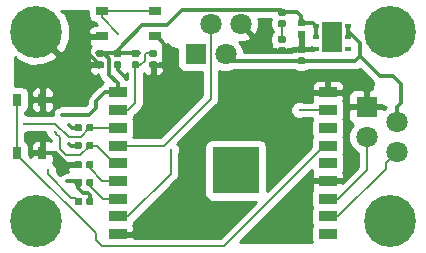
<source format=gbr>
G04 #@! TF.GenerationSoftware,KiCad,Pcbnew,5.0.2-bee76a0~70~ubuntu18.04.1*
G04 #@! TF.CreationDate,2020-01-02T20:25:09+01:00*
G04 #@! TF.ProjectId,roboy_sno,726f626f-795f-4736-9e6f-2e6b69636164,rev?*
G04 #@! TF.SameCoordinates,Original*
G04 #@! TF.FileFunction,Copper,L1,Top*
G04 #@! TF.FilePolarity,Positive*
%FSLAX46Y46*%
G04 Gerber Fmt 4.6, Leading zero omitted, Abs format (unit mm)*
G04 Created by KiCad (PCBNEW 5.0.2-bee76a0~70~ubuntu18.04.1) date Do 02 Jan 2020 20:25:09 CET*
%MOMM*%
%LPD*%
G01*
G04 APERTURE LIST*
G04 #@! TA.AperFunction,Conductor*
%ADD10C,0.100000*%
G04 #@! TD*
G04 #@! TA.AperFunction,SMDPad,CuDef*
%ADD11C,0.590000*%
G04 #@! TD*
G04 #@! TA.AperFunction,SMDPad,CuDef*
%ADD12R,0.630000X0.450000*%
G04 #@! TD*
G04 #@! TA.AperFunction,SMDPad,CuDef*
%ADD13R,1.700000X2.600000*%
G04 #@! TD*
G04 #@! TA.AperFunction,SMDPad,CuDef*
%ADD14R,1.000000X0.700000*%
G04 #@! TD*
G04 #@! TA.AperFunction,ComponentPad*
%ADD15C,4.400000*%
G04 #@! TD*
G04 #@! TA.AperFunction,SMDPad,CuDef*
%ADD16R,1.485000X0.900000*%
G04 #@! TD*
G04 #@! TA.AperFunction,SMDPad,CuDef*
%ADD17R,4.000000X4.000000*%
G04 #@! TD*
G04 #@! TA.AperFunction,ComponentPad*
%ADD18R,1.800000X1.800000*%
G04 #@! TD*
G04 #@! TA.AperFunction,ComponentPad*
%ADD19C,1.800000*%
G04 #@! TD*
G04 #@! TA.AperFunction,SMDPad,CuDef*
%ADD20R,0.700000X1.000000*%
G04 #@! TD*
G04 #@! TA.AperFunction,ViaPad*
%ADD21C,0.301000*%
G04 #@! TD*
G04 #@! TA.AperFunction,Conductor*
%ADD22C,0.304800*%
G04 #@! TD*
G04 #@! TA.AperFunction,Conductor*
%ADD23C,0.152400*%
G04 #@! TD*
G04 #@! TA.AperFunction,Conductor*
%ADD24C,0.300000*%
G04 #@! TD*
G04 #@! TA.AperFunction,Conductor*
%ADD25C,0.254000*%
G04 #@! TD*
G04 APERTURE END LIST*
D10*
G04 #@! TO.N,Net-(C1-Pad2)*
G04 #@! TO.C,C1*
G36*
X118586958Y-124020710D02*
X118601276Y-124022834D01*
X118615317Y-124026351D01*
X118628946Y-124031228D01*
X118642031Y-124037417D01*
X118654447Y-124044858D01*
X118666073Y-124053481D01*
X118676798Y-124063202D01*
X118686519Y-124073927D01*
X118695142Y-124085553D01*
X118702583Y-124097969D01*
X118708772Y-124111054D01*
X118713649Y-124124683D01*
X118717166Y-124138724D01*
X118719290Y-124153042D01*
X118720000Y-124167500D01*
X118720000Y-124462500D01*
X118719290Y-124476958D01*
X118717166Y-124491276D01*
X118713649Y-124505317D01*
X118708772Y-124518946D01*
X118702583Y-124532031D01*
X118695142Y-124544447D01*
X118686519Y-124556073D01*
X118676798Y-124566798D01*
X118666073Y-124576519D01*
X118654447Y-124585142D01*
X118642031Y-124592583D01*
X118628946Y-124598772D01*
X118615317Y-124603649D01*
X118601276Y-124607166D01*
X118586958Y-124609290D01*
X118572500Y-124610000D01*
X118227500Y-124610000D01*
X118213042Y-124609290D01*
X118198724Y-124607166D01*
X118184683Y-124603649D01*
X118171054Y-124598772D01*
X118157969Y-124592583D01*
X118145553Y-124585142D01*
X118133927Y-124576519D01*
X118123202Y-124566798D01*
X118113481Y-124556073D01*
X118104858Y-124544447D01*
X118097417Y-124532031D01*
X118091228Y-124518946D01*
X118086351Y-124505317D01*
X118082834Y-124491276D01*
X118080710Y-124476958D01*
X118080000Y-124462500D01*
X118080000Y-124167500D01*
X118080710Y-124153042D01*
X118082834Y-124138724D01*
X118086351Y-124124683D01*
X118091228Y-124111054D01*
X118097417Y-124097969D01*
X118104858Y-124085553D01*
X118113481Y-124073927D01*
X118123202Y-124063202D01*
X118133927Y-124053481D01*
X118145553Y-124044858D01*
X118157969Y-124037417D01*
X118171054Y-124031228D01*
X118184683Y-124026351D01*
X118198724Y-124022834D01*
X118213042Y-124020710D01*
X118227500Y-124020000D01*
X118572500Y-124020000D01*
X118586958Y-124020710D01*
X118586958Y-124020710D01*
G37*
D11*
G04 #@! TD*
G04 #@! TO.P,C1,2*
G04 #@! TO.N,Net-(C1-Pad2)*
X118400000Y-124315000D03*
D10*
G04 #@! TO.N,GND*
G04 #@! TO.C,C1*
G36*
X118586958Y-124990710D02*
X118601276Y-124992834D01*
X118615317Y-124996351D01*
X118628946Y-125001228D01*
X118642031Y-125007417D01*
X118654447Y-125014858D01*
X118666073Y-125023481D01*
X118676798Y-125033202D01*
X118686519Y-125043927D01*
X118695142Y-125055553D01*
X118702583Y-125067969D01*
X118708772Y-125081054D01*
X118713649Y-125094683D01*
X118717166Y-125108724D01*
X118719290Y-125123042D01*
X118720000Y-125137500D01*
X118720000Y-125432500D01*
X118719290Y-125446958D01*
X118717166Y-125461276D01*
X118713649Y-125475317D01*
X118708772Y-125488946D01*
X118702583Y-125502031D01*
X118695142Y-125514447D01*
X118686519Y-125526073D01*
X118676798Y-125536798D01*
X118666073Y-125546519D01*
X118654447Y-125555142D01*
X118642031Y-125562583D01*
X118628946Y-125568772D01*
X118615317Y-125573649D01*
X118601276Y-125577166D01*
X118586958Y-125579290D01*
X118572500Y-125580000D01*
X118227500Y-125580000D01*
X118213042Y-125579290D01*
X118198724Y-125577166D01*
X118184683Y-125573649D01*
X118171054Y-125568772D01*
X118157969Y-125562583D01*
X118145553Y-125555142D01*
X118133927Y-125546519D01*
X118123202Y-125536798D01*
X118113481Y-125526073D01*
X118104858Y-125514447D01*
X118097417Y-125502031D01*
X118091228Y-125488946D01*
X118086351Y-125475317D01*
X118082834Y-125461276D01*
X118080710Y-125446958D01*
X118080000Y-125432500D01*
X118080000Y-125137500D01*
X118080710Y-125123042D01*
X118082834Y-125108724D01*
X118086351Y-125094683D01*
X118091228Y-125081054D01*
X118097417Y-125067969D01*
X118104858Y-125055553D01*
X118113481Y-125043927D01*
X118123202Y-125033202D01*
X118133927Y-125023481D01*
X118145553Y-125014858D01*
X118157969Y-125007417D01*
X118171054Y-125001228D01*
X118184683Y-124996351D01*
X118198724Y-124992834D01*
X118213042Y-124990710D01*
X118227500Y-124990000D01*
X118572500Y-124990000D01*
X118586958Y-124990710D01*
X118586958Y-124990710D01*
G37*
D11*
G04 #@! TD*
G04 #@! TO.P,C1,1*
G04 #@! TO.N,GND*
X118400000Y-125285000D03*
D10*
G04 #@! TO.N,GND*
G04 #@! TO.C,C2*
G36*
X131146958Y-122410710D02*
X131161276Y-122412834D01*
X131175317Y-122416351D01*
X131188946Y-122421228D01*
X131202031Y-122427417D01*
X131214447Y-122434858D01*
X131226073Y-122443481D01*
X131236798Y-122453202D01*
X131246519Y-122463927D01*
X131255142Y-122475553D01*
X131262583Y-122487969D01*
X131268772Y-122501054D01*
X131273649Y-122514683D01*
X131277166Y-122528724D01*
X131279290Y-122543042D01*
X131280000Y-122557500D01*
X131280000Y-122852500D01*
X131279290Y-122866958D01*
X131277166Y-122881276D01*
X131273649Y-122895317D01*
X131268772Y-122908946D01*
X131262583Y-122922031D01*
X131255142Y-122934447D01*
X131246519Y-122946073D01*
X131236798Y-122956798D01*
X131226073Y-122966519D01*
X131214447Y-122975142D01*
X131202031Y-122982583D01*
X131188946Y-122988772D01*
X131175317Y-122993649D01*
X131161276Y-122997166D01*
X131146958Y-122999290D01*
X131132500Y-123000000D01*
X130787500Y-123000000D01*
X130773042Y-122999290D01*
X130758724Y-122997166D01*
X130744683Y-122993649D01*
X130731054Y-122988772D01*
X130717969Y-122982583D01*
X130705553Y-122975142D01*
X130693927Y-122966519D01*
X130683202Y-122956798D01*
X130673481Y-122946073D01*
X130664858Y-122934447D01*
X130657417Y-122922031D01*
X130651228Y-122908946D01*
X130646351Y-122895317D01*
X130642834Y-122881276D01*
X130640710Y-122866958D01*
X130640000Y-122852500D01*
X130640000Y-122557500D01*
X130640710Y-122543042D01*
X130642834Y-122528724D01*
X130646351Y-122514683D01*
X130651228Y-122501054D01*
X130657417Y-122487969D01*
X130664858Y-122475553D01*
X130673481Y-122463927D01*
X130683202Y-122453202D01*
X130693927Y-122443481D01*
X130705553Y-122434858D01*
X130717969Y-122427417D01*
X130731054Y-122421228D01*
X130744683Y-122416351D01*
X130758724Y-122412834D01*
X130773042Y-122410710D01*
X130787500Y-122410000D01*
X131132500Y-122410000D01*
X131146958Y-122410710D01*
X131146958Y-122410710D01*
G37*
D11*
G04 #@! TD*
G04 #@! TO.P,C2,1*
G04 #@! TO.N,GND*
X130960000Y-122705000D03*
D10*
G04 #@! TO.N,+3V3*
G04 #@! TO.C,C2*
G36*
X131146958Y-121440710D02*
X131161276Y-121442834D01*
X131175317Y-121446351D01*
X131188946Y-121451228D01*
X131202031Y-121457417D01*
X131214447Y-121464858D01*
X131226073Y-121473481D01*
X131236798Y-121483202D01*
X131246519Y-121493927D01*
X131255142Y-121505553D01*
X131262583Y-121517969D01*
X131268772Y-121531054D01*
X131273649Y-121544683D01*
X131277166Y-121558724D01*
X131279290Y-121573042D01*
X131280000Y-121587500D01*
X131280000Y-121882500D01*
X131279290Y-121896958D01*
X131277166Y-121911276D01*
X131273649Y-121925317D01*
X131268772Y-121938946D01*
X131262583Y-121952031D01*
X131255142Y-121964447D01*
X131246519Y-121976073D01*
X131236798Y-121986798D01*
X131226073Y-121996519D01*
X131214447Y-122005142D01*
X131202031Y-122012583D01*
X131188946Y-122018772D01*
X131175317Y-122023649D01*
X131161276Y-122027166D01*
X131146958Y-122029290D01*
X131132500Y-122030000D01*
X130787500Y-122030000D01*
X130773042Y-122029290D01*
X130758724Y-122027166D01*
X130744683Y-122023649D01*
X130731054Y-122018772D01*
X130717969Y-122012583D01*
X130705553Y-122005142D01*
X130693927Y-121996519D01*
X130683202Y-121986798D01*
X130673481Y-121976073D01*
X130664858Y-121964447D01*
X130657417Y-121952031D01*
X130651228Y-121938946D01*
X130646351Y-121925317D01*
X130642834Y-121911276D01*
X130640710Y-121896958D01*
X130640000Y-121882500D01*
X130640000Y-121587500D01*
X130640710Y-121573042D01*
X130642834Y-121558724D01*
X130646351Y-121544683D01*
X130651228Y-121531054D01*
X130657417Y-121517969D01*
X130664858Y-121505553D01*
X130673481Y-121493927D01*
X130683202Y-121483202D01*
X130693927Y-121473481D01*
X130705553Y-121464858D01*
X130717969Y-121457417D01*
X130731054Y-121451228D01*
X130744683Y-121446351D01*
X130758724Y-121442834D01*
X130773042Y-121440710D01*
X130787500Y-121440000D01*
X131132500Y-121440000D01*
X131146958Y-121440710D01*
X131146958Y-121440710D01*
G37*
D11*
G04 #@! TD*
G04 #@! TO.P,C2,2*
G04 #@! TO.N,+3V3*
X130960000Y-121735000D03*
D10*
G04 #@! TO.N,GND*
G04 #@! TO.C,C3*
G36*
X131146958Y-123680710D02*
X131161276Y-123682834D01*
X131175317Y-123686351D01*
X131188946Y-123691228D01*
X131202031Y-123697417D01*
X131214447Y-123704858D01*
X131226073Y-123713481D01*
X131236798Y-123723202D01*
X131246519Y-123733927D01*
X131255142Y-123745553D01*
X131262583Y-123757969D01*
X131268772Y-123771054D01*
X131273649Y-123784683D01*
X131277166Y-123798724D01*
X131279290Y-123813042D01*
X131280000Y-123827500D01*
X131280000Y-124122500D01*
X131279290Y-124136958D01*
X131277166Y-124151276D01*
X131273649Y-124165317D01*
X131268772Y-124178946D01*
X131262583Y-124192031D01*
X131255142Y-124204447D01*
X131246519Y-124216073D01*
X131236798Y-124226798D01*
X131226073Y-124236519D01*
X131214447Y-124245142D01*
X131202031Y-124252583D01*
X131188946Y-124258772D01*
X131175317Y-124263649D01*
X131161276Y-124267166D01*
X131146958Y-124269290D01*
X131132500Y-124270000D01*
X130787500Y-124270000D01*
X130773042Y-124269290D01*
X130758724Y-124267166D01*
X130744683Y-124263649D01*
X130731054Y-124258772D01*
X130717969Y-124252583D01*
X130705553Y-124245142D01*
X130693927Y-124236519D01*
X130683202Y-124226798D01*
X130673481Y-124216073D01*
X130664858Y-124204447D01*
X130657417Y-124192031D01*
X130651228Y-124178946D01*
X130646351Y-124165317D01*
X130642834Y-124151276D01*
X130640710Y-124136958D01*
X130640000Y-124122500D01*
X130640000Y-123827500D01*
X130640710Y-123813042D01*
X130642834Y-123798724D01*
X130646351Y-123784683D01*
X130651228Y-123771054D01*
X130657417Y-123757969D01*
X130664858Y-123745553D01*
X130673481Y-123733927D01*
X130683202Y-123723202D01*
X130693927Y-123713481D01*
X130705553Y-123704858D01*
X130717969Y-123697417D01*
X130731054Y-123691228D01*
X130744683Y-123686351D01*
X130758724Y-123682834D01*
X130773042Y-123680710D01*
X130787500Y-123680000D01*
X131132500Y-123680000D01*
X131146958Y-123680710D01*
X131146958Y-123680710D01*
G37*
D11*
G04 #@! TD*
G04 #@! TO.P,C3,1*
G04 #@! TO.N,GND*
X130960000Y-123975000D03*
D10*
G04 #@! TO.N,+5V*
G04 #@! TO.C,C3*
G36*
X131146958Y-124650710D02*
X131161276Y-124652834D01*
X131175317Y-124656351D01*
X131188946Y-124661228D01*
X131202031Y-124667417D01*
X131214447Y-124674858D01*
X131226073Y-124683481D01*
X131236798Y-124693202D01*
X131246519Y-124703927D01*
X131255142Y-124715553D01*
X131262583Y-124727969D01*
X131268772Y-124741054D01*
X131273649Y-124754683D01*
X131277166Y-124768724D01*
X131279290Y-124783042D01*
X131280000Y-124797500D01*
X131280000Y-125092500D01*
X131279290Y-125106958D01*
X131277166Y-125121276D01*
X131273649Y-125135317D01*
X131268772Y-125148946D01*
X131262583Y-125162031D01*
X131255142Y-125174447D01*
X131246519Y-125186073D01*
X131236798Y-125196798D01*
X131226073Y-125206519D01*
X131214447Y-125215142D01*
X131202031Y-125222583D01*
X131188946Y-125228772D01*
X131175317Y-125233649D01*
X131161276Y-125237166D01*
X131146958Y-125239290D01*
X131132500Y-125240000D01*
X130787500Y-125240000D01*
X130773042Y-125239290D01*
X130758724Y-125237166D01*
X130744683Y-125233649D01*
X130731054Y-125228772D01*
X130717969Y-125222583D01*
X130705553Y-125215142D01*
X130693927Y-125206519D01*
X130683202Y-125196798D01*
X130673481Y-125186073D01*
X130664858Y-125174447D01*
X130657417Y-125162031D01*
X130651228Y-125148946D01*
X130646351Y-125135317D01*
X130642834Y-125121276D01*
X130640710Y-125106958D01*
X130640000Y-125092500D01*
X130640000Y-124797500D01*
X130640710Y-124783042D01*
X130642834Y-124768724D01*
X130646351Y-124754683D01*
X130651228Y-124741054D01*
X130657417Y-124727969D01*
X130664858Y-124715553D01*
X130673481Y-124703927D01*
X130683202Y-124693202D01*
X130693927Y-124683481D01*
X130705553Y-124674858D01*
X130717969Y-124667417D01*
X130731054Y-124661228D01*
X130744683Y-124656351D01*
X130758724Y-124652834D01*
X130773042Y-124650710D01*
X130787500Y-124650000D01*
X131132500Y-124650000D01*
X131146958Y-124650710D01*
X131146958Y-124650710D01*
G37*
D11*
G04 #@! TD*
G04 #@! TO.P,C3,2*
G04 #@! TO.N,+5V*
X130960000Y-124945000D03*
D10*
G04 #@! TO.N,+3V3*
G04 #@! TO.C,C4*
G36*
X115586958Y-124020710D02*
X115601276Y-124022834D01*
X115615317Y-124026351D01*
X115628946Y-124031228D01*
X115642031Y-124037417D01*
X115654447Y-124044858D01*
X115666073Y-124053481D01*
X115676798Y-124063202D01*
X115686519Y-124073927D01*
X115695142Y-124085553D01*
X115702583Y-124097969D01*
X115708772Y-124111054D01*
X115713649Y-124124683D01*
X115717166Y-124138724D01*
X115719290Y-124153042D01*
X115720000Y-124167500D01*
X115720000Y-124462500D01*
X115719290Y-124476958D01*
X115717166Y-124491276D01*
X115713649Y-124505317D01*
X115708772Y-124518946D01*
X115702583Y-124532031D01*
X115695142Y-124544447D01*
X115686519Y-124556073D01*
X115676798Y-124566798D01*
X115666073Y-124576519D01*
X115654447Y-124585142D01*
X115642031Y-124592583D01*
X115628946Y-124598772D01*
X115615317Y-124603649D01*
X115601276Y-124607166D01*
X115586958Y-124609290D01*
X115572500Y-124610000D01*
X115227500Y-124610000D01*
X115213042Y-124609290D01*
X115198724Y-124607166D01*
X115184683Y-124603649D01*
X115171054Y-124598772D01*
X115157969Y-124592583D01*
X115145553Y-124585142D01*
X115133927Y-124576519D01*
X115123202Y-124566798D01*
X115113481Y-124556073D01*
X115104858Y-124544447D01*
X115097417Y-124532031D01*
X115091228Y-124518946D01*
X115086351Y-124505317D01*
X115082834Y-124491276D01*
X115080710Y-124476958D01*
X115080000Y-124462500D01*
X115080000Y-124167500D01*
X115080710Y-124153042D01*
X115082834Y-124138724D01*
X115086351Y-124124683D01*
X115091228Y-124111054D01*
X115097417Y-124097969D01*
X115104858Y-124085553D01*
X115113481Y-124073927D01*
X115123202Y-124063202D01*
X115133927Y-124053481D01*
X115145553Y-124044858D01*
X115157969Y-124037417D01*
X115171054Y-124031228D01*
X115184683Y-124026351D01*
X115198724Y-124022834D01*
X115213042Y-124020710D01*
X115227500Y-124020000D01*
X115572500Y-124020000D01*
X115586958Y-124020710D01*
X115586958Y-124020710D01*
G37*
D11*
G04 #@! TD*
G04 #@! TO.P,C4,1*
G04 #@! TO.N,+3V3*
X115400000Y-124315000D03*
D10*
G04 #@! TO.N,GND*
G04 #@! TO.C,C4*
G36*
X115586958Y-124990710D02*
X115601276Y-124992834D01*
X115615317Y-124996351D01*
X115628946Y-125001228D01*
X115642031Y-125007417D01*
X115654447Y-125014858D01*
X115666073Y-125023481D01*
X115676798Y-125033202D01*
X115686519Y-125043927D01*
X115695142Y-125055553D01*
X115702583Y-125067969D01*
X115708772Y-125081054D01*
X115713649Y-125094683D01*
X115717166Y-125108724D01*
X115719290Y-125123042D01*
X115720000Y-125137500D01*
X115720000Y-125432500D01*
X115719290Y-125446958D01*
X115717166Y-125461276D01*
X115713649Y-125475317D01*
X115708772Y-125488946D01*
X115702583Y-125502031D01*
X115695142Y-125514447D01*
X115686519Y-125526073D01*
X115676798Y-125536798D01*
X115666073Y-125546519D01*
X115654447Y-125555142D01*
X115642031Y-125562583D01*
X115628946Y-125568772D01*
X115615317Y-125573649D01*
X115601276Y-125577166D01*
X115586958Y-125579290D01*
X115572500Y-125580000D01*
X115227500Y-125580000D01*
X115213042Y-125579290D01*
X115198724Y-125577166D01*
X115184683Y-125573649D01*
X115171054Y-125568772D01*
X115157969Y-125562583D01*
X115145553Y-125555142D01*
X115133927Y-125546519D01*
X115123202Y-125536798D01*
X115113481Y-125526073D01*
X115104858Y-125514447D01*
X115097417Y-125502031D01*
X115091228Y-125488946D01*
X115086351Y-125475317D01*
X115082834Y-125461276D01*
X115080710Y-125446958D01*
X115080000Y-125432500D01*
X115080000Y-125137500D01*
X115080710Y-125123042D01*
X115082834Y-125108724D01*
X115086351Y-125094683D01*
X115091228Y-125081054D01*
X115097417Y-125067969D01*
X115104858Y-125055553D01*
X115113481Y-125043927D01*
X115123202Y-125033202D01*
X115133927Y-125023481D01*
X115145553Y-125014858D01*
X115157969Y-125007417D01*
X115171054Y-125001228D01*
X115184683Y-124996351D01*
X115198724Y-124992834D01*
X115213042Y-124990710D01*
X115227500Y-124990000D01*
X115572500Y-124990000D01*
X115586958Y-124990710D01*
X115586958Y-124990710D01*
G37*
D11*
G04 #@! TD*
G04 #@! TO.P,C4,2*
G04 #@! TO.N,GND*
X115400000Y-125285000D03*
D10*
G04 #@! TO.N,+3V3*
G04 #@! TO.C,C5*
G36*
X114086958Y-124020710D02*
X114101276Y-124022834D01*
X114115317Y-124026351D01*
X114128946Y-124031228D01*
X114142031Y-124037417D01*
X114154447Y-124044858D01*
X114166073Y-124053481D01*
X114176798Y-124063202D01*
X114186519Y-124073927D01*
X114195142Y-124085553D01*
X114202583Y-124097969D01*
X114208772Y-124111054D01*
X114213649Y-124124683D01*
X114217166Y-124138724D01*
X114219290Y-124153042D01*
X114220000Y-124167500D01*
X114220000Y-124462500D01*
X114219290Y-124476958D01*
X114217166Y-124491276D01*
X114213649Y-124505317D01*
X114208772Y-124518946D01*
X114202583Y-124532031D01*
X114195142Y-124544447D01*
X114186519Y-124556073D01*
X114176798Y-124566798D01*
X114166073Y-124576519D01*
X114154447Y-124585142D01*
X114142031Y-124592583D01*
X114128946Y-124598772D01*
X114115317Y-124603649D01*
X114101276Y-124607166D01*
X114086958Y-124609290D01*
X114072500Y-124610000D01*
X113727500Y-124610000D01*
X113713042Y-124609290D01*
X113698724Y-124607166D01*
X113684683Y-124603649D01*
X113671054Y-124598772D01*
X113657969Y-124592583D01*
X113645553Y-124585142D01*
X113633927Y-124576519D01*
X113623202Y-124566798D01*
X113613481Y-124556073D01*
X113604858Y-124544447D01*
X113597417Y-124532031D01*
X113591228Y-124518946D01*
X113586351Y-124505317D01*
X113582834Y-124491276D01*
X113580710Y-124476958D01*
X113580000Y-124462500D01*
X113580000Y-124167500D01*
X113580710Y-124153042D01*
X113582834Y-124138724D01*
X113586351Y-124124683D01*
X113591228Y-124111054D01*
X113597417Y-124097969D01*
X113604858Y-124085553D01*
X113613481Y-124073927D01*
X113623202Y-124063202D01*
X113633927Y-124053481D01*
X113645553Y-124044858D01*
X113657969Y-124037417D01*
X113671054Y-124031228D01*
X113684683Y-124026351D01*
X113698724Y-124022834D01*
X113713042Y-124020710D01*
X113727500Y-124020000D01*
X114072500Y-124020000D01*
X114086958Y-124020710D01*
X114086958Y-124020710D01*
G37*
D11*
G04 #@! TD*
G04 #@! TO.P,C5,2*
G04 #@! TO.N,+3V3*
X113900000Y-124315000D03*
D10*
G04 #@! TO.N,GND*
G04 #@! TO.C,C5*
G36*
X114086958Y-124990710D02*
X114101276Y-124992834D01*
X114115317Y-124996351D01*
X114128946Y-125001228D01*
X114142031Y-125007417D01*
X114154447Y-125014858D01*
X114166073Y-125023481D01*
X114176798Y-125033202D01*
X114186519Y-125043927D01*
X114195142Y-125055553D01*
X114202583Y-125067969D01*
X114208772Y-125081054D01*
X114213649Y-125094683D01*
X114217166Y-125108724D01*
X114219290Y-125123042D01*
X114220000Y-125137500D01*
X114220000Y-125432500D01*
X114219290Y-125446958D01*
X114217166Y-125461276D01*
X114213649Y-125475317D01*
X114208772Y-125488946D01*
X114202583Y-125502031D01*
X114195142Y-125514447D01*
X114186519Y-125526073D01*
X114176798Y-125536798D01*
X114166073Y-125546519D01*
X114154447Y-125555142D01*
X114142031Y-125562583D01*
X114128946Y-125568772D01*
X114115317Y-125573649D01*
X114101276Y-125577166D01*
X114086958Y-125579290D01*
X114072500Y-125580000D01*
X113727500Y-125580000D01*
X113713042Y-125579290D01*
X113698724Y-125577166D01*
X113684683Y-125573649D01*
X113671054Y-125568772D01*
X113657969Y-125562583D01*
X113645553Y-125555142D01*
X113633927Y-125546519D01*
X113623202Y-125536798D01*
X113613481Y-125526073D01*
X113604858Y-125514447D01*
X113597417Y-125502031D01*
X113591228Y-125488946D01*
X113586351Y-125475317D01*
X113582834Y-125461276D01*
X113580710Y-125446958D01*
X113580000Y-125432500D01*
X113580000Y-125137500D01*
X113580710Y-125123042D01*
X113582834Y-125108724D01*
X113586351Y-125094683D01*
X113591228Y-125081054D01*
X113597417Y-125067969D01*
X113604858Y-125055553D01*
X113613481Y-125043927D01*
X113623202Y-125033202D01*
X113633927Y-125023481D01*
X113645553Y-125014858D01*
X113657969Y-125007417D01*
X113671054Y-125001228D01*
X113684683Y-124996351D01*
X113698724Y-124992834D01*
X113713042Y-124990710D01*
X113727500Y-124990000D01*
X114072500Y-124990000D01*
X114086958Y-124990710D01*
X114086958Y-124990710D01*
G37*
D11*
G04 #@! TD*
G04 #@! TO.P,C5,1*
G04 #@! TO.N,GND*
X113900000Y-125285000D03*
D10*
G04 #@! TO.N,+3V3*
G04 #@! TO.C,R10*
G36*
X117086958Y-124020710D02*
X117101276Y-124022834D01*
X117115317Y-124026351D01*
X117128946Y-124031228D01*
X117142031Y-124037417D01*
X117154447Y-124044858D01*
X117166073Y-124053481D01*
X117176798Y-124063202D01*
X117186519Y-124073927D01*
X117195142Y-124085553D01*
X117202583Y-124097969D01*
X117208772Y-124111054D01*
X117213649Y-124124683D01*
X117217166Y-124138724D01*
X117219290Y-124153042D01*
X117220000Y-124167500D01*
X117220000Y-124462500D01*
X117219290Y-124476958D01*
X117217166Y-124491276D01*
X117213649Y-124505317D01*
X117208772Y-124518946D01*
X117202583Y-124532031D01*
X117195142Y-124544447D01*
X117186519Y-124556073D01*
X117176798Y-124566798D01*
X117166073Y-124576519D01*
X117154447Y-124585142D01*
X117142031Y-124592583D01*
X117128946Y-124598772D01*
X117115317Y-124603649D01*
X117101276Y-124607166D01*
X117086958Y-124609290D01*
X117072500Y-124610000D01*
X116727500Y-124610000D01*
X116713042Y-124609290D01*
X116698724Y-124607166D01*
X116684683Y-124603649D01*
X116671054Y-124598772D01*
X116657969Y-124592583D01*
X116645553Y-124585142D01*
X116633927Y-124576519D01*
X116623202Y-124566798D01*
X116613481Y-124556073D01*
X116604858Y-124544447D01*
X116597417Y-124532031D01*
X116591228Y-124518946D01*
X116586351Y-124505317D01*
X116582834Y-124491276D01*
X116580710Y-124476958D01*
X116580000Y-124462500D01*
X116580000Y-124167500D01*
X116580710Y-124153042D01*
X116582834Y-124138724D01*
X116586351Y-124124683D01*
X116591228Y-124111054D01*
X116597417Y-124097969D01*
X116604858Y-124085553D01*
X116613481Y-124073927D01*
X116623202Y-124063202D01*
X116633927Y-124053481D01*
X116645553Y-124044858D01*
X116657969Y-124037417D01*
X116671054Y-124031228D01*
X116684683Y-124026351D01*
X116698724Y-124022834D01*
X116713042Y-124020710D01*
X116727500Y-124020000D01*
X117072500Y-124020000D01*
X117086958Y-124020710D01*
X117086958Y-124020710D01*
G37*
D11*
G04 #@! TD*
G04 #@! TO.P,R10,2*
G04 #@! TO.N,+3V3*
X116900000Y-124315000D03*
D10*
G04 #@! TO.N,Net-(C1-Pad2)*
G04 #@! TO.C,R10*
G36*
X117086958Y-124990710D02*
X117101276Y-124992834D01*
X117115317Y-124996351D01*
X117128946Y-125001228D01*
X117142031Y-125007417D01*
X117154447Y-125014858D01*
X117166073Y-125023481D01*
X117176798Y-125033202D01*
X117186519Y-125043927D01*
X117195142Y-125055553D01*
X117202583Y-125067969D01*
X117208772Y-125081054D01*
X117213649Y-125094683D01*
X117217166Y-125108724D01*
X117219290Y-125123042D01*
X117220000Y-125137500D01*
X117220000Y-125432500D01*
X117219290Y-125446958D01*
X117217166Y-125461276D01*
X117213649Y-125475317D01*
X117208772Y-125488946D01*
X117202583Y-125502031D01*
X117195142Y-125514447D01*
X117186519Y-125526073D01*
X117176798Y-125536798D01*
X117166073Y-125546519D01*
X117154447Y-125555142D01*
X117142031Y-125562583D01*
X117128946Y-125568772D01*
X117115317Y-125573649D01*
X117101276Y-125577166D01*
X117086958Y-125579290D01*
X117072500Y-125580000D01*
X116727500Y-125580000D01*
X116713042Y-125579290D01*
X116698724Y-125577166D01*
X116684683Y-125573649D01*
X116671054Y-125568772D01*
X116657969Y-125562583D01*
X116645553Y-125555142D01*
X116633927Y-125546519D01*
X116623202Y-125536798D01*
X116613481Y-125526073D01*
X116604858Y-125514447D01*
X116597417Y-125502031D01*
X116591228Y-125488946D01*
X116586351Y-125475317D01*
X116582834Y-125461276D01*
X116580710Y-125446958D01*
X116580000Y-125432500D01*
X116580000Y-125137500D01*
X116580710Y-125123042D01*
X116582834Y-125108724D01*
X116586351Y-125094683D01*
X116591228Y-125081054D01*
X116597417Y-125067969D01*
X116604858Y-125055553D01*
X116613481Y-125043927D01*
X116623202Y-125033202D01*
X116633927Y-125023481D01*
X116645553Y-125014858D01*
X116657969Y-125007417D01*
X116671054Y-125001228D01*
X116684683Y-124996351D01*
X116698724Y-124992834D01*
X116713042Y-124990710D01*
X116727500Y-124990000D01*
X117072500Y-124990000D01*
X117086958Y-124990710D01*
X117086958Y-124990710D01*
G37*
D11*
G04 #@! TD*
G04 #@! TO.P,R10,1*
G04 #@! TO.N,Net-(C1-Pad2)*
X116900000Y-125285000D03*
D12*
G04 #@! TO.P,U1,1*
G04 #@! TO.N,+3V3*
X132200000Y-122000000D03*
G04 #@! TO.P,U1,2*
X132200000Y-122950000D03*
G04 #@! TO.P,U1,3*
G04 #@! TO.N,GND*
X132200000Y-123900000D03*
G04 #@! TO.P,U1,4*
G04 #@! TO.N,Net-(U1-Pad4)*
X134880000Y-123900000D03*
G04 #@! TO.P,U1,5*
G04 #@! TO.N,+5V*
X134880000Y-122950000D03*
G04 #@! TO.P,U1,6*
X134880000Y-122000000D03*
D13*
G04 #@! TO.P,U1,7*
G04 #@! TO.N,N/C*
X133540000Y-122950000D03*
G04 #@! TD*
D14*
G04 #@! TO.P,SW2,2*
G04 #@! TO.N,Net-(SW2-Pad2)*
X118550000Y-120725000D03*
X114050000Y-120725000D03*
G04 #@! TO.P,SW2,1*
G04 #@! TO.N,GND*
X114050000Y-122875000D03*
X118550000Y-122875000D03*
G04 #@! TD*
D10*
G04 #@! TO.N,GND*
G04 #@! TO.C,R1*
G36*
X112226958Y-130270710D02*
X112241276Y-130272834D01*
X112255317Y-130276351D01*
X112268946Y-130281228D01*
X112282031Y-130287417D01*
X112294447Y-130294858D01*
X112306073Y-130303481D01*
X112316798Y-130313202D01*
X112326519Y-130323927D01*
X112335142Y-130335553D01*
X112342583Y-130347969D01*
X112348772Y-130361054D01*
X112353649Y-130374683D01*
X112357166Y-130388724D01*
X112359290Y-130403042D01*
X112360000Y-130417500D01*
X112360000Y-130762500D01*
X112359290Y-130776958D01*
X112357166Y-130791276D01*
X112353649Y-130805317D01*
X112348772Y-130818946D01*
X112342583Y-130832031D01*
X112335142Y-130844447D01*
X112326519Y-130856073D01*
X112316798Y-130866798D01*
X112306073Y-130876519D01*
X112294447Y-130885142D01*
X112282031Y-130892583D01*
X112268946Y-130898772D01*
X112255317Y-130903649D01*
X112241276Y-130907166D01*
X112226958Y-130909290D01*
X112212500Y-130910000D01*
X111917500Y-130910000D01*
X111903042Y-130909290D01*
X111888724Y-130907166D01*
X111874683Y-130903649D01*
X111861054Y-130898772D01*
X111847969Y-130892583D01*
X111835553Y-130885142D01*
X111823927Y-130876519D01*
X111813202Y-130866798D01*
X111803481Y-130856073D01*
X111794858Y-130844447D01*
X111787417Y-130832031D01*
X111781228Y-130818946D01*
X111776351Y-130805317D01*
X111772834Y-130791276D01*
X111770710Y-130776958D01*
X111770000Y-130762500D01*
X111770000Y-130417500D01*
X111770710Y-130403042D01*
X111772834Y-130388724D01*
X111776351Y-130374683D01*
X111781228Y-130361054D01*
X111787417Y-130347969D01*
X111794858Y-130335553D01*
X111803481Y-130323927D01*
X111813202Y-130313202D01*
X111823927Y-130303481D01*
X111835553Y-130294858D01*
X111847969Y-130287417D01*
X111861054Y-130281228D01*
X111874683Y-130276351D01*
X111888724Y-130272834D01*
X111903042Y-130270710D01*
X111917500Y-130270000D01*
X112212500Y-130270000D01*
X112226958Y-130270710D01*
X112226958Y-130270710D01*
G37*
D11*
G04 #@! TD*
G04 #@! TO.P,R1,2*
G04 #@! TO.N,GND*
X112065000Y-130590000D03*
D10*
G04 #@! TO.N,E0*
G04 #@! TO.C,R1*
G36*
X113196958Y-130270710D02*
X113211276Y-130272834D01*
X113225317Y-130276351D01*
X113238946Y-130281228D01*
X113252031Y-130287417D01*
X113264447Y-130294858D01*
X113276073Y-130303481D01*
X113286798Y-130313202D01*
X113296519Y-130323927D01*
X113305142Y-130335553D01*
X113312583Y-130347969D01*
X113318772Y-130361054D01*
X113323649Y-130374683D01*
X113327166Y-130388724D01*
X113329290Y-130403042D01*
X113330000Y-130417500D01*
X113330000Y-130762500D01*
X113329290Y-130776958D01*
X113327166Y-130791276D01*
X113323649Y-130805317D01*
X113318772Y-130818946D01*
X113312583Y-130832031D01*
X113305142Y-130844447D01*
X113296519Y-130856073D01*
X113286798Y-130866798D01*
X113276073Y-130876519D01*
X113264447Y-130885142D01*
X113252031Y-130892583D01*
X113238946Y-130898772D01*
X113225317Y-130903649D01*
X113211276Y-130907166D01*
X113196958Y-130909290D01*
X113182500Y-130910000D01*
X112887500Y-130910000D01*
X112873042Y-130909290D01*
X112858724Y-130907166D01*
X112844683Y-130903649D01*
X112831054Y-130898772D01*
X112817969Y-130892583D01*
X112805553Y-130885142D01*
X112793927Y-130876519D01*
X112783202Y-130866798D01*
X112773481Y-130856073D01*
X112764858Y-130844447D01*
X112757417Y-130832031D01*
X112751228Y-130818946D01*
X112746351Y-130805317D01*
X112742834Y-130791276D01*
X112740710Y-130776958D01*
X112740000Y-130762500D01*
X112740000Y-130417500D01*
X112740710Y-130403042D01*
X112742834Y-130388724D01*
X112746351Y-130374683D01*
X112751228Y-130361054D01*
X112757417Y-130347969D01*
X112764858Y-130335553D01*
X112773481Y-130323927D01*
X112783202Y-130313202D01*
X112793927Y-130303481D01*
X112805553Y-130294858D01*
X112817969Y-130287417D01*
X112831054Y-130281228D01*
X112844683Y-130276351D01*
X112858724Y-130272834D01*
X112873042Y-130270710D01*
X112887500Y-130270000D01*
X113182500Y-130270000D01*
X113196958Y-130270710D01*
X113196958Y-130270710D01*
G37*
D11*
G04 #@! TD*
G04 #@! TO.P,R1,1*
G04 #@! TO.N,E0*
X113035000Y-130590000D03*
D10*
G04 #@! TO.N,GND*
G04 #@! TO.C,R2*
G36*
X112216958Y-131800710D02*
X112231276Y-131802834D01*
X112245317Y-131806351D01*
X112258946Y-131811228D01*
X112272031Y-131817417D01*
X112284447Y-131824858D01*
X112296073Y-131833481D01*
X112306798Y-131843202D01*
X112316519Y-131853927D01*
X112325142Y-131865553D01*
X112332583Y-131877969D01*
X112338772Y-131891054D01*
X112343649Y-131904683D01*
X112347166Y-131918724D01*
X112349290Y-131933042D01*
X112350000Y-131947500D01*
X112350000Y-132292500D01*
X112349290Y-132306958D01*
X112347166Y-132321276D01*
X112343649Y-132335317D01*
X112338772Y-132348946D01*
X112332583Y-132362031D01*
X112325142Y-132374447D01*
X112316519Y-132386073D01*
X112306798Y-132396798D01*
X112296073Y-132406519D01*
X112284447Y-132415142D01*
X112272031Y-132422583D01*
X112258946Y-132428772D01*
X112245317Y-132433649D01*
X112231276Y-132437166D01*
X112216958Y-132439290D01*
X112202500Y-132440000D01*
X111907500Y-132440000D01*
X111893042Y-132439290D01*
X111878724Y-132437166D01*
X111864683Y-132433649D01*
X111851054Y-132428772D01*
X111837969Y-132422583D01*
X111825553Y-132415142D01*
X111813927Y-132406519D01*
X111803202Y-132396798D01*
X111793481Y-132386073D01*
X111784858Y-132374447D01*
X111777417Y-132362031D01*
X111771228Y-132348946D01*
X111766351Y-132335317D01*
X111762834Y-132321276D01*
X111760710Y-132306958D01*
X111760000Y-132292500D01*
X111760000Y-131947500D01*
X111760710Y-131933042D01*
X111762834Y-131918724D01*
X111766351Y-131904683D01*
X111771228Y-131891054D01*
X111777417Y-131877969D01*
X111784858Y-131865553D01*
X111793481Y-131853927D01*
X111803202Y-131843202D01*
X111813927Y-131833481D01*
X111825553Y-131824858D01*
X111837969Y-131817417D01*
X111851054Y-131811228D01*
X111864683Y-131806351D01*
X111878724Y-131802834D01*
X111893042Y-131800710D01*
X111907500Y-131800000D01*
X112202500Y-131800000D01*
X112216958Y-131800710D01*
X112216958Y-131800710D01*
G37*
D11*
G04 #@! TD*
G04 #@! TO.P,R2,1*
G04 #@! TO.N,GND*
X112055000Y-132120000D03*
D10*
G04 #@! TO.N,E1*
G04 #@! TO.C,R2*
G36*
X113186958Y-131800710D02*
X113201276Y-131802834D01*
X113215317Y-131806351D01*
X113228946Y-131811228D01*
X113242031Y-131817417D01*
X113254447Y-131824858D01*
X113266073Y-131833481D01*
X113276798Y-131843202D01*
X113286519Y-131853927D01*
X113295142Y-131865553D01*
X113302583Y-131877969D01*
X113308772Y-131891054D01*
X113313649Y-131904683D01*
X113317166Y-131918724D01*
X113319290Y-131933042D01*
X113320000Y-131947500D01*
X113320000Y-132292500D01*
X113319290Y-132306958D01*
X113317166Y-132321276D01*
X113313649Y-132335317D01*
X113308772Y-132348946D01*
X113302583Y-132362031D01*
X113295142Y-132374447D01*
X113286519Y-132386073D01*
X113276798Y-132396798D01*
X113266073Y-132406519D01*
X113254447Y-132415142D01*
X113242031Y-132422583D01*
X113228946Y-132428772D01*
X113215317Y-132433649D01*
X113201276Y-132437166D01*
X113186958Y-132439290D01*
X113172500Y-132440000D01*
X112877500Y-132440000D01*
X112863042Y-132439290D01*
X112848724Y-132437166D01*
X112834683Y-132433649D01*
X112821054Y-132428772D01*
X112807969Y-132422583D01*
X112795553Y-132415142D01*
X112783927Y-132406519D01*
X112773202Y-132396798D01*
X112763481Y-132386073D01*
X112754858Y-132374447D01*
X112747417Y-132362031D01*
X112741228Y-132348946D01*
X112736351Y-132335317D01*
X112732834Y-132321276D01*
X112730710Y-132306958D01*
X112730000Y-132292500D01*
X112730000Y-131947500D01*
X112730710Y-131933042D01*
X112732834Y-131918724D01*
X112736351Y-131904683D01*
X112741228Y-131891054D01*
X112747417Y-131877969D01*
X112754858Y-131865553D01*
X112763481Y-131853927D01*
X112773202Y-131843202D01*
X112783927Y-131833481D01*
X112795553Y-131824858D01*
X112807969Y-131817417D01*
X112821054Y-131811228D01*
X112834683Y-131806351D01*
X112848724Y-131802834D01*
X112863042Y-131800710D01*
X112877500Y-131800000D01*
X113172500Y-131800000D01*
X113186958Y-131800710D01*
X113186958Y-131800710D01*
G37*
D11*
G04 #@! TD*
G04 #@! TO.P,R2,2*
G04 #@! TO.N,E1*
X113025000Y-132120000D03*
D10*
G04 #@! TO.N,+3V3*
G04 #@! TO.C,R3*
G36*
X113216958Y-136540710D02*
X113231276Y-136542834D01*
X113245317Y-136546351D01*
X113258946Y-136551228D01*
X113272031Y-136557417D01*
X113284447Y-136564858D01*
X113296073Y-136573481D01*
X113306798Y-136583202D01*
X113316519Y-136593927D01*
X113325142Y-136605553D01*
X113332583Y-136617969D01*
X113338772Y-136631054D01*
X113343649Y-136644683D01*
X113347166Y-136658724D01*
X113349290Y-136673042D01*
X113350000Y-136687500D01*
X113350000Y-137032500D01*
X113349290Y-137046958D01*
X113347166Y-137061276D01*
X113343649Y-137075317D01*
X113338772Y-137088946D01*
X113332583Y-137102031D01*
X113325142Y-137114447D01*
X113316519Y-137126073D01*
X113306798Y-137136798D01*
X113296073Y-137146519D01*
X113284447Y-137155142D01*
X113272031Y-137162583D01*
X113258946Y-137168772D01*
X113245317Y-137173649D01*
X113231276Y-137177166D01*
X113216958Y-137179290D01*
X113202500Y-137180000D01*
X112907500Y-137180000D01*
X112893042Y-137179290D01*
X112878724Y-137177166D01*
X112864683Y-137173649D01*
X112851054Y-137168772D01*
X112837969Y-137162583D01*
X112825553Y-137155142D01*
X112813927Y-137146519D01*
X112803202Y-137136798D01*
X112793481Y-137126073D01*
X112784858Y-137114447D01*
X112777417Y-137102031D01*
X112771228Y-137088946D01*
X112766351Y-137075317D01*
X112762834Y-137061276D01*
X112760710Y-137046958D01*
X112760000Y-137032500D01*
X112760000Y-136687500D01*
X112760710Y-136673042D01*
X112762834Y-136658724D01*
X112766351Y-136644683D01*
X112771228Y-136631054D01*
X112777417Y-136617969D01*
X112784858Y-136605553D01*
X112793481Y-136593927D01*
X112803202Y-136583202D01*
X112813927Y-136573481D01*
X112825553Y-136564858D01*
X112837969Y-136557417D01*
X112851054Y-136551228D01*
X112864683Y-136546351D01*
X112878724Y-136542834D01*
X112893042Y-136540710D01*
X112907500Y-136540000D01*
X113202500Y-136540000D01*
X113216958Y-136540710D01*
X113216958Y-136540710D01*
G37*
D11*
G04 #@! TD*
G04 #@! TO.P,R3,1*
G04 #@! TO.N,+3V3*
X113055000Y-136860000D03*
D10*
G04 #@! TO.N,Net-(J4-Pad4)*
G04 #@! TO.C,R3*
G36*
X112246958Y-136540710D02*
X112261276Y-136542834D01*
X112275317Y-136546351D01*
X112288946Y-136551228D01*
X112302031Y-136557417D01*
X112314447Y-136564858D01*
X112326073Y-136573481D01*
X112336798Y-136583202D01*
X112346519Y-136593927D01*
X112355142Y-136605553D01*
X112362583Y-136617969D01*
X112368772Y-136631054D01*
X112373649Y-136644683D01*
X112377166Y-136658724D01*
X112379290Y-136673042D01*
X112380000Y-136687500D01*
X112380000Y-137032500D01*
X112379290Y-137046958D01*
X112377166Y-137061276D01*
X112373649Y-137075317D01*
X112368772Y-137088946D01*
X112362583Y-137102031D01*
X112355142Y-137114447D01*
X112346519Y-137126073D01*
X112336798Y-137136798D01*
X112326073Y-137146519D01*
X112314447Y-137155142D01*
X112302031Y-137162583D01*
X112288946Y-137168772D01*
X112275317Y-137173649D01*
X112261276Y-137177166D01*
X112246958Y-137179290D01*
X112232500Y-137180000D01*
X111937500Y-137180000D01*
X111923042Y-137179290D01*
X111908724Y-137177166D01*
X111894683Y-137173649D01*
X111881054Y-137168772D01*
X111867969Y-137162583D01*
X111855553Y-137155142D01*
X111843927Y-137146519D01*
X111833202Y-137136798D01*
X111823481Y-137126073D01*
X111814858Y-137114447D01*
X111807417Y-137102031D01*
X111801228Y-137088946D01*
X111796351Y-137075317D01*
X111792834Y-137061276D01*
X111790710Y-137046958D01*
X111790000Y-137032500D01*
X111790000Y-136687500D01*
X111790710Y-136673042D01*
X111792834Y-136658724D01*
X111796351Y-136644683D01*
X111801228Y-136631054D01*
X111807417Y-136617969D01*
X111814858Y-136605553D01*
X111823481Y-136593927D01*
X111833202Y-136583202D01*
X111843927Y-136573481D01*
X111855553Y-136564858D01*
X111867969Y-136557417D01*
X111881054Y-136551228D01*
X111894683Y-136546351D01*
X111908724Y-136542834D01*
X111923042Y-136540710D01*
X111937500Y-136540000D01*
X112232500Y-136540000D01*
X112246958Y-136540710D01*
X112246958Y-136540710D01*
G37*
D11*
G04 #@! TD*
G04 #@! TO.P,R3,2*
G04 #@! TO.N,Net-(J4-Pad4)*
X112085000Y-136860000D03*
D15*
G04 #@! TO.P,H1,1*
G04 #@! TO.N,GND*
X138500000Y-122500000D03*
G04 #@! TD*
G04 #@! TO.P,H2,1*
G04 #@! TO.N,GND*
X108500000Y-122500000D03*
G04 #@! TD*
D16*
G04 #@! TO.P,U2,1*
G04 #@! TO.N,+3V3*
X115407500Y-127610000D03*
G04 #@! TO.P,U2,2*
G04 #@! TO.N,Net-(C1-Pad2)*
X115407500Y-129110000D03*
G04 #@! TO.P,U2,3*
G04 #@! TO.N,E0*
X115407500Y-130610000D03*
G04 #@! TO.P,U2,4*
G04 #@! TO.N,MOTOR*
X115407500Y-132110000D03*
G04 #@! TO.P,U2,5*
G04 #@! TO.N,E1*
X115407500Y-133610000D03*
G04 #@! TO.P,U2,6*
G04 #@! TO.N,Net-(R6-Pad1)*
X115407500Y-135110000D03*
G04 #@! TO.P,U2,7*
G04 #@! TO.N,Net-(R5-Pad2)*
X115407500Y-136610000D03*
G04 #@! TO.P,U2,8*
G04 #@! TO.N,Net-(SW2-Pad2)*
X115407500Y-138110000D03*
G04 #@! TO.P,U2,9*
G04 #@! TO.N,GND*
X115407500Y-139610000D03*
G04 #@! TO.P,U2,10*
G04 #@! TO.N,Net-(U2-Pad10)*
X133192500Y-139610000D03*
G04 #@! TO.P,U2,11*
G04 #@! TO.N,RXD*
X133192500Y-138110000D03*
G04 #@! TO.P,U2,12*
G04 #@! TO.N,TXD*
X133192500Y-136610000D03*
G04 #@! TO.P,U2,13*
G04 #@! TO.N,GND*
X133192500Y-135110000D03*
G04 #@! TO.P,U2,14*
G04 #@! TO.N,Net-(U2-Pad14)*
X133192500Y-133610000D03*
G04 #@! TO.P,U2,15*
G04 #@! TO.N,Net-(SW1-Pad2)*
X133192500Y-132110000D03*
G04 #@! TO.P,U2,16*
G04 #@! TO.N,Net-(U2-Pad16)*
X133192500Y-130610000D03*
G04 #@! TO.P,U2,17*
G04 #@! TO.N,MOTOR_SENSE*
X133192500Y-129110000D03*
G04 #@! TO.P,U2,18*
G04 #@! TO.N,GND*
X133192500Y-127610000D03*
D17*
G04 #@! TO.P,U2,19*
G04 #@! TO.N,Net-(U2-Pad19)*
X125400000Y-134210000D03*
G04 #@! TD*
D18*
G04 #@! TO.P,J3,1*
G04 #@! TO.N,GND*
X136480000Y-128845000D03*
D19*
G04 #@! TO.P,J3,2*
G04 #@! TO.N,+5V*
X139020000Y-130115000D03*
G04 #@! TO.P,J3,3*
G04 #@! TO.N,TXD*
X136480000Y-131385000D03*
G04 #@! TO.P,J3,4*
G04 #@! TO.N,RXD*
X139020000Y-132655000D03*
G04 #@! TD*
D18*
G04 #@! TO.P,J2,1*
G04 #@! TO.N,MOTOR_SENSE*
X121995000Y-124370000D03*
D19*
G04 #@! TO.P,J2,2*
G04 #@! TO.N,MOTOR*
X123265000Y-121830000D03*
G04 #@! TO.P,J2,3*
G04 #@! TO.N,+5V*
X124535000Y-124370000D03*
G04 #@! TO.P,J2,4*
G04 #@! TO.N,GND*
X125805000Y-121830000D03*
G04 #@! TD*
D15*
G04 #@! TO.P,H6,1*
G04 #@! TO.N,GND*
X108500000Y-138500000D03*
G04 #@! TD*
G04 #@! TO.P,H7,1*
G04 #@! TO.N,GND*
X138500000Y-138500000D03*
G04 #@! TD*
D10*
G04 #@! TO.N,Net-(D1-Pad1)*
G04 #@! TO.C,D1*
G36*
X129486958Y-121490710D02*
X129501276Y-121492834D01*
X129515317Y-121496351D01*
X129528946Y-121501228D01*
X129542031Y-121507417D01*
X129554447Y-121514858D01*
X129566073Y-121523481D01*
X129576798Y-121533202D01*
X129586519Y-121543927D01*
X129595142Y-121555553D01*
X129602583Y-121567969D01*
X129608772Y-121581054D01*
X129613649Y-121594683D01*
X129617166Y-121608724D01*
X129619290Y-121623042D01*
X129620000Y-121637500D01*
X129620000Y-121932500D01*
X129619290Y-121946958D01*
X129617166Y-121961276D01*
X129613649Y-121975317D01*
X129608772Y-121988946D01*
X129602583Y-122002031D01*
X129595142Y-122014447D01*
X129586519Y-122026073D01*
X129576798Y-122036798D01*
X129566073Y-122046519D01*
X129554447Y-122055142D01*
X129542031Y-122062583D01*
X129528946Y-122068772D01*
X129515317Y-122073649D01*
X129501276Y-122077166D01*
X129486958Y-122079290D01*
X129472500Y-122080000D01*
X129127500Y-122080000D01*
X129113042Y-122079290D01*
X129098724Y-122077166D01*
X129084683Y-122073649D01*
X129071054Y-122068772D01*
X129057969Y-122062583D01*
X129045553Y-122055142D01*
X129033927Y-122046519D01*
X129023202Y-122036798D01*
X129013481Y-122026073D01*
X129004858Y-122014447D01*
X128997417Y-122002031D01*
X128991228Y-121988946D01*
X128986351Y-121975317D01*
X128982834Y-121961276D01*
X128980710Y-121946958D01*
X128980000Y-121932500D01*
X128980000Y-121637500D01*
X128980710Y-121623042D01*
X128982834Y-121608724D01*
X128986351Y-121594683D01*
X128991228Y-121581054D01*
X128997417Y-121567969D01*
X129004858Y-121555553D01*
X129013481Y-121543927D01*
X129023202Y-121533202D01*
X129033927Y-121523481D01*
X129045553Y-121514858D01*
X129057969Y-121507417D01*
X129071054Y-121501228D01*
X129084683Y-121496351D01*
X129098724Y-121492834D01*
X129113042Y-121490710D01*
X129127500Y-121490000D01*
X129472500Y-121490000D01*
X129486958Y-121490710D01*
X129486958Y-121490710D01*
G37*
D11*
G04 #@! TD*
G04 #@! TO.P,D1,1*
G04 #@! TO.N,Net-(D1-Pad1)*
X129300000Y-121785000D03*
D10*
G04 #@! TO.N,+3V3*
G04 #@! TO.C,D1*
G36*
X129486958Y-120520710D02*
X129501276Y-120522834D01*
X129515317Y-120526351D01*
X129528946Y-120531228D01*
X129542031Y-120537417D01*
X129554447Y-120544858D01*
X129566073Y-120553481D01*
X129576798Y-120563202D01*
X129586519Y-120573927D01*
X129595142Y-120585553D01*
X129602583Y-120597969D01*
X129608772Y-120611054D01*
X129613649Y-120624683D01*
X129617166Y-120638724D01*
X129619290Y-120653042D01*
X129620000Y-120667500D01*
X129620000Y-120962500D01*
X129619290Y-120976958D01*
X129617166Y-120991276D01*
X129613649Y-121005317D01*
X129608772Y-121018946D01*
X129602583Y-121032031D01*
X129595142Y-121044447D01*
X129586519Y-121056073D01*
X129576798Y-121066798D01*
X129566073Y-121076519D01*
X129554447Y-121085142D01*
X129542031Y-121092583D01*
X129528946Y-121098772D01*
X129515317Y-121103649D01*
X129501276Y-121107166D01*
X129486958Y-121109290D01*
X129472500Y-121110000D01*
X129127500Y-121110000D01*
X129113042Y-121109290D01*
X129098724Y-121107166D01*
X129084683Y-121103649D01*
X129071054Y-121098772D01*
X129057969Y-121092583D01*
X129045553Y-121085142D01*
X129033927Y-121076519D01*
X129023202Y-121066798D01*
X129013481Y-121056073D01*
X129004858Y-121044447D01*
X128997417Y-121032031D01*
X128991228Y-121018946D01*
X128986351Y-121005317D01*
X128982834Y-120991276D01*
X128980710Y-120976958D01*
X128980000Y-120962500D01*
X128980000Y-120667500D01*
X128980710Y-120653042D01*
X128982834Y-120638724D01*
X128986351Y-120624683D01*
X128991228Y-120611054D01*
X128997417Y-120597969D01*
X129004858Y-120585553D01*
X129013481Y-120573927D01*
X129023202Y-120563202D01*
X129033927Y-120553481D01*
X129045553Y-120544858D01*
X129057969Y-120537417D01*
X129071054Y-120531228D01*
X129084683Y-120526351D01*
X129098724Y-120522834D01*
X129113042Y-120520710D01*
X129127500Y-120520000D01*
X129472500Y-120520000D01*
X129486958Y-120520710D01*
X129486958Y-120520710D01*
G37*
D11*
G04 #@! TD*
G04 #@! TO.P,D1,2*
G04 #@! TO.N,+3V3*
X129300000Y-120815000D03*
D10*
G04 #@! TO.N,GND*
G04 #@! TO.C,R4*
G36*
X129486958Y-123790710D02*
X129501276Y-123792834D01*
X129515317Y-123796351D01*
X129528946Y-123801228D01*
X129542031Y-123807417D01*
X129554447Y-123814858D01*
X129566073Y-123823481D01*
X129576798Y-123833202D01*
X129586519Y-123843927D01*
X129595142Y-123855553D01*
X129602583Y-123867969D01*
X129608772Y-123881054D01*
X129613649Y-123894683D01*
X129617166Y-123908724D01*
X129619290Y-123923042D01*
X129620000Y-123937500D01*
X129620000Y-124232500D01*
X129619290Y-124246958D01*
X129617166Y-124261276D01*
X129613649Y-124275317D01*
X129608772Y-124288946D01*
X129602583Y-124302031D01*
X129595142Y-124314447D01*
X129586519Y-124326073D01*
X129576798Y-124336798D01*
X129566073Y-124346519D01*
X129554447Y-124355142D01*
X129542031Y-124362583D01*
X129528946Y-124368772D01*
X129515317Y-124373649D01*
X129501276Y-124377166D01*
X129486958Y-124379290D01*
X129472500Y-124380000D01*
X129127500Y-124380000D01*
X129113042Y-124379290D01*
X129098724Y-124377166D01*
X129084683Y-124373649D01*
X129071054Y-124368772D01*
X129057969Y-124362583D01*
X129045553Y-124355142D01*
X129033927Y-124346519D01*
X129023202Y-124336798D01*
X129013481Y-124326073D01*
X129004858Y-124314447D01*
X128997417Y-124302031D01*
X128991228Y-124288946D01*
X128986351Y-124275317D01*
X128982834Y-124261276D01*
X128980710Y-124246958D01*
X128980000Y-124232500D01*
X128980000Y-123937500D01*
X128980710Y-123923042D01*
X128982834Y-123908724D01*
X128986351Y-123894683D01*
X128991228Y-123881054D01*
X128997417Y-123867969D01*
X129004858Y-123855553D01*
X129013481Y-123843927D01*
X129023202Y-123833202D01*
X129033927Y-123823481D01*
X129045553Y-123814858D01*
X129057969Y-123807417D01*
X129071054Y-123801228D01*
X129084683Y-123796351D01*
X129098724Y-123792834D01*
X129113042Y-123790710D01*
X129127500Y-123790000D01*
X129472500Y-123790000D01*
X129486958Y-123790710D01*
X129486958Y-123790710D01*
G37*
D11*
G04 #@! TD*
G04 #@! TO.P,R4,1*
G04 #@! TO.N,GND*
X129300000Y-124085000D03*
D10*
G04 #@! TO.N,Net-(D1-Pad1)*
G04 #@! TO.C,R4*
G36*
X129486958Y-122820710D02*
X129501276Y-122822834D01*
X129515317Y-122826351D01*
X129528946Y-122831228D01*
X129542031Y-122837417D01*
X129554447Y-122844858D01*
X129566073Y-122853481D01*
X129576798Y-122863202D01*
X129586519Y-122873927D01*
X129595142Y-122885553D01*
X129602583Y-122897969D01*
X129608772Y-122911054D01*
X129613649Y-122924683D01*
X129617166Y-122938724D01*
X129619290Y-122953042D01*
X129620000Y-122967500D01*
X129620000Y-123262500D01*
X129619290Y-123276958D01*
X129617166Y-123291276D01*
X129613649Y-123305317D01*
X129608772Y-123318946D01*
X129602583Y-123332031D01*
X129595142Y-123344447D01*
X129586519Y-123356073D01*
X129576798Y-123366798D01*
X129566073Y-123376519D01*
X129554447Y-123385142D01*
X129542031Y-123392583D01*
X129528946Y-123398772D01*
X129515317Y-123403649D01*
X129501276Y-123407166D01*
X129486958Y-123409290D01*
X129472500Y-123410000D01*
X129127500Y-123410000D01*
X129113042Y-123409290D01*
X129098724Y-123407166D01*
X129084683Y-123403649D01*
X129071054Y-123398772D01*
X129057969Y-123392583D01*
X129045553Y-123385142D01*
X129033927Y-123376519D01*
X129023202Y-123366798D01*
X129013481Y-123356073D01*
X129004858Y-123344447D01*
X128997417Y-123332031D01*
X128991228Y-123318946D01*
X128986351Y-123305317D01*
X128982834Y-123291276D01*
X128980710Y-123276958D01*
X128980000Y-123262500D01*
X128980000Y-122967500D01*
X128980710Y-122953042D01*
X128982834Y-122938724D01*
X128986351Y-122924683D01*
X128991228Y-122911054D01*
X128997417Y-122897969D01*
X129004858Y-122885553D01*
X129013481Y-122873927D01*
X129023202Y-122863202D01*
X129033927Y-122853481D01*
X129045553Y-122844858D01*
X129057969Y-122837417D01*
X129071054Y-122831228D01*
X129084683Y-122826351D01*
X129098724Y-122822834D01*
X129113042Y-122820710D01*
X129127500Y-122820000D01*
X129472500Y-122820000D01*
X129486958Y-122820710D01*
X129486958Y-122820710D01*
G37*
D11*
G04 #@! TD*
G04 #@! TO.P,R4,2*
G04 #@! TO.N,Net-(D1-Pad1)*
X129300000Y-123115000D03*
D10*
G04 #@! TO.N,+3V3*
G04 #@! TO.C,R5*
G36*
X112246958Y-134910710D02*
X112261276Y-134912834D01*
X112275317Y-134916351D01*
X112288946Y-134921228D01*
X112302031Y-134927417D01*
X112314447Y-134934858D01*
X112326073Y-134943481D01*
X112336798Y-134953202D01*
X112346519Y-134963927D01*
X112355142Y-134975553D01*
X112362583Y-134987969D01*
X112368772Y-135001054D01*
X112373649Y-135014683D01*
X112377166Y-135028724D01*
X112379290Y-135043042D01*
X112380000Y-135057500D01*
X112380000Y-135402500D01*
X112379290Y-135416958D01*
X112377166Y-135431276D01*
X112373649Y-135445317D01*
X112368772Y-135458946D01*
X112362583Y-135472031D01*
X112355142Y-135484447D01*
X112346519Y-135496073D01*
X112336798Y-135506798D01*
X112326073Y-135516519D01*
X112314447Y-135525142D01*
X112302031Y-135532583D01*
X112288946Y-135538772D01*
X112275317Y-135543649D01*
X112261276Y-135547166D01*
X112246958Y-135549290D01*
X112232500Y-135550000D01*
X111937500Y-135550000D01*
X111923042Y-135549290D01*
X111908724Y-135547166D01*
X111894683Y-135543649D01*
X111881054Y-135538772D01*
X111867969Y-135532583D01*
X111855553Y-135525142D01*
X111843927Y-135516519D01*
X111833202Y-135506798D01*
X111823481Y-135496073D01*
X111814858Y-135484447D01*
X111807417Y-135472031D01*
X111801228Y-135458946D01*
X111796351Y-135445317D01*
X111792834Y-135431276D01*
X111790710Y-135416958D01*
X111790000Y-135402500D01*
X111790000Y-135057500D01*
X111790710Y-135043042D01*
X111792834Y-135028724D01*
X111796351Y-135014683D01*
X111801228Y-135001054D01*
X111807417Y-134987969D01*
X111814858Y-134975553D01*
X111823481Y-134963927D01*
X111833202Y-134953202D01*
X111843927Y-134943481D01*
X111855553Y-134934858D01*
X111867969Y-134927417D01*
X111881054Y-134921228D01*
X111894683Y-134916351D01*
X111908724Y-134912834D01*
X111923042Y-134910710D01*
X111937500Y-134910000D01*
X112232500Y-134910000D01*
X112246958Y-134910710D01*
X112246958Y-134910710D01*
G37*
D11*
G04 #@! TD*
G04 #@! TO.P,R5,1*
G04 #@! TO.N,+3V3*
X112085000Y-135230000D03*
D10*
G04 #@! TO.N,Net-(R5-Pad2)*
G04 #@! TO.C,R5*
G36*
X113216958Y-134910710D02*
X113231276Y-134912834D01*
X113245317Y-134916351D01*
X113258946Y-134921228D01*
X113272031Y-134927417D01*
X113284447Y-134934858D01*
X113296073Y-134943481D01*
X113306798Y-134953202D01*
X113316519Y-134963927D01*
X113325142Y-134975553D01*
X113332583Y-134987969D01*
X113338772Y-135001054D01*
X113343649Y-135014683D01*
X113347166Y-135028724D01*
X113349290Y-135043042D01*
X113350000Y-135057500D01*
X113350000Y-135402500D01*
X113349290Y-135416958D01*
X113347166Y-135431276D01*
X113343649Y-135445317D01*
X113338772Y-135458946D01*
X113332583Y-135472031D01*
X113325142Y-135484447D01*
X113316519Y-135496073D01*
X113306798Y-135506798D01*
X113296073Y-135516519D01*
X113284447Y-135525142D01*
X113272031Y-135532583D01*
X113258946Y-135538772D01*
X113245317Y-135543649D01*
X113231276Y-135547166D01*
X113216958Y-135549290D01*
X113202500Y-135550000D01*
X112907500Y-135550000D01*
X112893042Y-135549290D01*
X112878724Y-135547166D01*
X112864683Y-135543649D01*
X112851054Y-135538772D01*
X112837969Y-135532583D01*
X112825553Y-135525142D01*
X112813927Y-135516519D01*
X112803202Y-135506798D01*
X112793481Y-135496073D01*
X112784858Y-135484447D01*
X112777417Y-135472031D01*
X112771228Y-135458946D01*
X112766351Y-135445317D01*
X112762834Y-135431276D01*
X112760710Y-135416958D01*
X112760000Y-135402500D01*
X112760000Y-135057500D01*
X112760710Y-135043042D01*
X112762834Y-135028724D01*
X112766351Y-135014683D01*
X112771228Y-135001054D01*
X112777417Y-134987969D01*
X112784858Y-134975553D01*
X112793481Y-134963927D01*
X112803202Y-134953202D01*
X112813927Y-134943481D01*
X112825553Y-134934858D01*
X112837969Y-134927417D01*
X112851054Y-134921228D01*
X112864683Y-134916351D01*
X112878724Y-134912834D01*
X112893042Y-134910710D01*
X112907500Y-134910000D01*
X113202500Y-134910000D01*
X113216958Y-134910710D01*
X113216958Y-134910710D01*
G37*
D11*
G04 #@! TD*
G04 #@! TO.P,R5,2*
G04 #@! TO.N,Net-(R5-Pad2)*
X113055000Y-135230000D03*
D10*
G04 #@! TO.N,GND*
G04 #@! TO.C,R6*
G36*
X112236958Y-133410710D02*
X112251276Y-133412834D01*
X112265317Y-133416351D01*
X112278946Y-133421228D01*
X112292031Y-133427417D01*
X112304447Y-133434858D01*
X112316073Y-133443481D01*
X112326798Y-133453202D01*
X112336519Y-133463927D01*
X112345142Y-133475553D01*
X112352583Y-133487969D01*
X112358772Y-133501054D01*
X112363649Y-133514683D01*
X112367166Y-133528724D01*
X112369290Y-133543042D01*
X112370000Y-133557500D01*
X112370000Y-133902500D01*
X112369290Y-133916958D01*
X112367166Y-133931276D01*
X112363649Y-133945317D01*
X112358772Y-133958946D01*
X112352583Y-133972031D01*
X112345142Y-133984447D01*
X112336519Y-133996073D01*
X112326798Y-134006798D01*
X112316073Y-134016519D01*
X112304447Y-134025142D01*
X112292031Y-134032583D01*
X112278946Y-134038772D01*
X112265317Y-134043649D01*
X112251276Y-134047166D01*
X112236958Y-134049290D01*
X112222500Y-134050000D01*
X111927500Y-134050000D01*
X111913042Y-134049290D01*
X111898724Y-134047166D01*
X111884683Y-134043649D01*
X111871054Y-134038772D01*
X111857969Y-134032583D01*
X111845553Y-134025142D01*
X111833927Y-134016519D01*
X111823202Y-134006798D01*
X111813481Y-133996073D01*
X111804858Y-133984447D01*
X111797417Y-133972031D01*
X111791228Y-133958946D01*
X111786351Y-133945317D01*
X111782834Y-133931276D01*
X111780710Y-133916958D01*
X111780000Y-133902500D01*
X111780000Y-133557500D01*
X111780710Y-133543042D01*
X111782834Y-133528724D01*
X111786351Y-133514683D01*
X111791228Y-133501054D01*
X111797417Y-133487969D01*
X111804858Y-133475553D01*
X111813481Y-133463927D01*
X111823202Y-133453202D01*
X111833927Y-133443481D01*
X111845553Y-133434858D01*
X111857969Y-133427417D01*
X111871054Y-133421228D01*
X111884683Y-133416351D01*
X111898724Y-133412834D01*
X111913042Y-133410710D01*
X111927500Y-133410000D01*
X112222500Y-133410000D01*
X112236958Y-133410710D01*
X112236958Y-133410710D01*
G37*
D11*
G04 #@! TD*
G04 #@! TO.P,R6,2*
G04 #@! TO.N,GND*
X112075000Y-133730000D03*
D10*
G04 #@! TO.N,Net-(R6-Pad1)*
G04 #@! TO.C,R6*
G36*
X113206958Y-133410710D02*
X113221276Y-133412834D01*
X113235317Y-133416351D01*
X113248946Y-133421228D01*
X113262031Y-133427417D01*
X113274447Y-133434858D01*
X113286073Y-133443481D01*
X113296798Y-133453202D01*
X113306519Y-133463927D01*
X113315142Y-133475553D01*
X113322583Y-133487969D01*
X113328772Y-133501054D01*
X113333649Y-133514683D01*
X113337166Y-133528724D01*
X113339290Y-133543042D01*
X113340000Y-133557500D01*
X113340000Y-133902500D01*
X113339290Y-133916958D01*
X113337166Y-133931276D01*
X113333649Y-133945317D01*
X113328772Y-133958946D01*
X113322583Y-133972031D01*
X113315142Y-133984447D01*
X113306519Y-133996073D01*
X113296798Y-134006798D01*
X113286073Y-134016519D01*
X113274447Y-134025142D01*
X113262031Y-134032583D01*
X113248946Y-134038772D01*
X113235317Y-134043649D01*
X113221276Y-134047166D01*
X113206958Y-134049290D01*
X113192500Y-134050000D01*
X112897500Y-134050000D01*
X112883042Y-134049290D01*
X112868724Y-134047166D01*
X112854683Y-134043649D01*
X112841054Y-134038772D01*
X112827969Y-134032583D01*
X112815553Y-134025142D01*
X112803927Y-134016519D01*
X112793202Y-134006798D01*
X112783481Y-133996073D01*
X112774858Y-133984447D01*
X112767417Y-133972031D01*
X112761228Y-133958946D01*
X112756351Y-133945317D01*
X112752834Y-133931276D01*
X112750710Y-133916958D01*
X112750000Y-133902500D01*
X112750000Y-133557500D01*
X112750710Y-133543042D01*
X112752834Y-133528724D01*
X112756351Y-133514683D01*
X112761228Y-133501054D01*
X112767417Y-133487969D01*
X112774858Y-133475553D01*
X112783481Y-133463927D01*
X112793202Y-133453202D01*
X112803927Y-133443481D01*
X112815553Y-133434858D01*
X112827969Y-133427417D01*
X112841054Y-133421228D01*
X112854683Y-133416351D01*
X112868724Y-133412834D01*
X112883042Y-133410710D01*
X112897500Y-133410000D01*
X113192500Y-133410000D01*
X113206958Y-133410710D01*
X113206958Y-133410710D01*
G37*
D11*
G04 #@! TD*
G04 #@! TO.P,R6,1*
G04 #@! TO.N,Net-(R6-Pad1)*
X113045000Y-133730000D03*
D20*
G04 #@! TO.P,SW1,1*
G04 #@! TO.N,GND*
X109035000Y-128240000D03*
X109035000Y-132740000D03*
G04 #@! TO.P,SW1,2*
G04 #@! TO.N,Net-(SW1-Pad2)*
X106885000Y-132740000D03*
X106885000Y-128240000D03*
G04 #@! TD*
D21*
G04 #@! TO.N,GND*
X115900000Y-126200000D03*
X119300000Y-125200000D03*
X128300000Y-124100000D03*
X111300000Y-131990000D03*
X111280000Y-130370000D03*
X111300000Y-133850000D03*
G04 #@! TO.N,MOTOR_SENSE*
X130800000Y-129100000D03*
G04 #@! TO.N,Net-(SW2-Pad2)*
X119900000Y-132500000D03*
X115430000Y-122640000D03*
G04 #@! TO.N,+3V3*
X110700000Y-129500000D03*
X111130000Y-135150000D03*
G04 #@! TO.N,Net-(J4-Pad4)*
X109470000Y-134190000D03*
G04 #@! TO.N,E1*
X110060000Y-130930000D03*
G04 #@! TO.N,E0*
X107470000Y-130250000D03*
G04 #@! TD*
D22*
G04 #@! TO.N,GND*
X113000000Y-124385000D02*
X113900000Y-125285000D01*
X113000000Y-123120200D02*
X113000000Y-124385000D01*
X113245200Y-122875000D02*
X113000000Y-123120200D01*
X114050000Y-122875000D02*
X113245200Y-122875000D01*
X132125000Y-123975000D02*
X132200000Y-123900000D01*
X130960000Y-123975000D02*
X132125000Y-123975000D01*
X130960000Y-122705000D02*
X130960000Y-123975000D01*
X108600000Y-138400000D02*
X108500000Y-138500000D01*
X118700000Y-122875000D02*
X119300000Y-123475000D01*
X118550000Y-122875000D02*
X118700000Y-122875000D01*
X119300000Y-123475000D02*
X119300000Y-125200000D01*
X119215000Y-125285000D02*
X118400000Y-125285000D01*
X119300000Y-125200000D02*
X119215000Y-125285000D01*
X115400000Y-125285000D02*
X115400000Y-125700000D01*
X115400000Y-125700000D02*
X115900000Y-126200000D01*
X129300000Y-124085000D02*
X128315000Y-124085000D01*
X128315000Y-124085000D02*
X128300000Y-124100000D01*
X112055000Y-132120000D02*
X111430000Y-132120000D01*
X111430000Y-132120000D02*
X111300000Y-131990000D01*
X112065000Y-130590000D02*
X111500000Y-130590000D01*
X111500000Y-130590000D02*
X111280000Y-130370000D01*
X111955000Y-133850000D02*
X112075000Y-133730000D01*
X111300000Y-133850000D02*
X111955000Y-133850000D01*
X110190000Y-132740000D02*
X111300000Y-133850000D01*
X109035000Y-132740000D02*
X110190000Y-132740000D01*
D23*
G04 #@! TO.N,TXD*
X134087400Y-136610000D02*
X133192500Y-136610000D01*
X136480000Y-134217400D02*
X134087400Y-136610000D01*
X136480000Y-131385000D02*
X136480000Y-134217400D01*
G04 #@! TO.N,RXD*
X134087400Y-138110000D02*
X133192500Y-138110000D01*
X138120001Y-134077399D02*
X134087400Y-138110000D01*
X138120001Y-133554999D02*
X138120001Y-134077399D01*
X139020000Y-132655000D02*
X138120001Y-133554999D01*
G04 #@! TO.N,Net-(C1-Pad2)*
X118670000Y-124315000D02*
X118685000Y-124300000D01*
X118350000Y-124315000D02*
X118670000Y-124315000D01*
X116302400Y-129110000D02*
X115407500Y-129110000D01*
X116900000Y-128512400D02*
X116302400Y-129110000D01*
X116900000Y-125285000D02*
X116900000Y-128512400D01*
X116900000Y-125285000D02*
X117315000Y-125285000D01*
X117680000Y-124920000D02*
X117680000Y-124400000D01*
X117315000Y-125285000D02*
X117680000Y-124920000D01*
X117795000Y-124315000D02*
X118400000Y-124315000D01*
X117690000Y-124420000D02*
X117795000Y-124315000D01*
G04 #@! TO.N,MOTOR_SENSE*
X130810000Y-129110000D02*
X130800000Y-129100000D01*
X133192500Y-129110000D02*
X130810000Y-129110000D01*
G04 #@! TO.N,MOTOR*
X119300000Y-132110000D02*
X115407500Y-132110000D01*
X123262600Y-128147400D02*
X119300000Y-132110000D01*
X123265000Y-121830000D02*
X123265000Y-128147400D01*
X123265000Y-128147400D02*
X123262600Y-128147400D01*
G04 #@! TO.N,Net-(SW2-Pad2)*
X118550000Y-120725000D02*
X114050000Y-120725000D01*
X119900000Y-134512400D02*
X119900000Y-132500000D01*
X115407500Y-138110000D02*
X116302400Y-138110000D01*
X116302400Y-138110000D02*
X119900000Y-134512400D01*
X114050000Y-121260000D02*
X114050000Y-120725000D01*
X115430000Y-122640000D02*
X114050000Y-121260000D01*
D24*
G04 #@! TO.N,+3V3*
X116850000Y-124315000D02*
X117170000Y-124315000D01*
D22*
X116850000Y-124315000D02*
X113650000Y-124315000D01*
X131935000Y-121735000D02*
X132200000Y-122000000D01*
X130960000Y-121735000D02*
X131935000Y-121735000D01*
X132200000Y-122000000D02*
X132200000Y-122950000D01*
X115400000Y-124020000D02*
X115400000Y-124315000D01*
X120851159Y-120625199D02*
X119540149Y-121936209D01*
X129245199Y-120625199D02*
X120851159Y-120625199D01*
X117483791Y-121936209D02*
X115400000Y-124020000D01*
X119540149Y-121936209D02*
X117483791Y-121936209D01*
X114650000Y-124745000D02*
X114650000Y-126150000D01*
X114220000Y-124315000D02*
X114650000Y-124745000D01*
X113900000Y-124315000D02*
X114220000Y-124315000D01*
X114702300Y-126150000D02*
X115407500Y-126855200D01*
X115407500Y-126855200D02*
X115407500Y-127610000D01*
X114650000Y-126150000D02*
X114702300Y-126150000D01*
X114360200Y-127610000D02*
X113600000Y-128370200D01*
X115407500Y-127610000D02*
X114360200Y-127610000D01*
X113600000Y-128370200D02*
X113600000Y-128900000D01*
X113600000Y-128900000D02*
X113000000Y-129500000D01*
X113000000Y-129500000D02*
X110700000Y-129500000D01*
X130960000Y-121735000D02*
X130960000Y-121160000D01*
X130615000Y-120815000D02*
X129300000Y-120815000D01*
X130960000Y-121160000D02*
X130615000Y-120815000D01*
X111735000Y-135150000D02*
X112125000Y-135540000D01*
X111130000Y-135150000D02*
X111735000Y-135150000D01*
X112085000Y-135230000D02*
X112085000Y-135715000D01*
X112085000Y-135715000D02*
X112460000Y-136090000D01*
X112460000Y-136090000D02*
X112860000Y-136090000D01*
X113055000Y-136285000D02*
X113055000Y-136860000D01*
X112860000Y-136090000D02*
X113055000Y-136285000D01*
G04 #@! TO.N,+5V*
X130960000Y-124945000D02*
X135455000Y-124945000D01*
X135455000Y-124945000D02*
X135900000Y-124500000D01*
X135900000Y-123420000D02*
X134880000Y-122400000D01*
X135900000Y-124500000D02*
X135900000Y-123420000D01*
X134880000Y-122000000D02*
X134880000Y-122400000D01*
X134880000Y-122400000D02*
X134880000Y-122950000D01*
X139020000Y-128842208D02*
X139020000Y-130115000D01*
X139385651Y-128476557D02*
X139020000Y-128842208D01*
X139385651Y-126914287D02*
X139385651Y-128476557D01*
X135900000Y-124500000D02*
X137654801Y-126254801D01*
X125110000Y-124945000D02*
X124535000Y-124370000D01*
X130960000Y-124945000D02*
X125110000Y-124945000D01*
X138724801Y-126254801D02*
X139380000Y-126910000D01*
X138726165Y-126254801D02*
X139380000Y-126910000D01*
X137654801Y-126254801D02*
X138724801Y-126254801D01*
X139380000Y-126910000D02*
X139385651Y-126914287D01*
D23*
G04 #@! TO.N,Net-(J4-Pad4)*
X109470000Y-134545000D02*
X109470000Y-134190000D01*
X111750832Y-136525832D02*
X111450832Y-136525832D01*
X111450832Y-136525832D02*
X109470000Y-134545000D01*
X112085000Y-136860000D02*
X111750832Y-136525832D01*
G04 #@! TO.N,E1*
X113420000Y-132120000D02*
X113025000Y-132120000D01*
X113625000Y-132120000D02*
X113420000Y-132120000D01*
X115115000Y-133610000D02*
X113625000Y-132120000D01*
X115407500Y-133610000D02*
X115115000Y-133610000D01*
X112235000Y-132910000D02*
X113025000Y-132120000D01*
X110060000Y-130930000D02*
X110210499Y-131080499D01*
X110990000Y-132910000D02*
X112235000Y-132910000D01*
X110510000Y-132430000D02*
X110990000Y-132910000D01*
X110210499Y-131080499D02*
X110210499Y-131100499D01*
X110210499Y-131100499D02*
X110510000Y-131400000D01*
X110510000Y-131400000D02*
X110510000Y-132430000D01*
G04 #@! TO.N,E0*
X107470000Y-130250000D02*
X110130000Y-130250000D01*
X110130000Y-130250000D02*
X111240000Y-131360000D01*
X111240000Y-131360000D02*
X112265000Y-131360000D01*
X113015000Y-130610000D02*
X115407500Y-130610000D01*
X112265000Y-131360000D02*
X113015000Y-130610000D01*
G04 #@! TO.N,Net-(D1-Pad1)*
X129300000Y-121785000D02*
X129300000Y-123115000D01*
G04 #@! TO.N,Net-(R5-Pad2)*
X114165000Y-136610000D02*
X115407500Y-136610000D01*
X113095000Y-135540000D02*
X114165000Y-136610000D01*
G04 #@! TO.N,Net-(R6-Pad1)*
X114105000Y-135110000D02*
X115407500Y-135110000D01*
X113045000Y-134050000D02*
X114105000Y-135110000D01*
X113045000Y-133730000D02*
X113045000Y-134050000D01*
G04 #@! TO.N,Net-(SW1-Pad2)*
X106885000Y-128892400D02*
X106885000Y-132740000D01*
X106885000Y-128240000D02*
X106885000Y-128892400D01*
X106885000Y-132890000D02*
X113550000Y-139555000D01*
X106885000Y-132740000D02*
X106885000Y-132890000D01*
X113550000Y-139555000D02*
X113550000Y-140110000D01*
X113550000Y-140110000D02*
X114050000Y-140610000D01*
X124400000Y-140610000D02*
X132900000Y-132110000D01*
X132900000Y-132110000D02*
X133192500Y-132110000D01*
X114050000Y-140610000D02*
X124400000Y-140610000D01*
G04 #@! TD*
D25*
G04 #@! TO.N,GND*
G36*
X137043187Y-126756739D02*
X137057220Y-126777741D01*
X136894950Y-127169496D01*
X136894950Y-127310000D01*
X136765750Y-127310000D01*
X136607000Y-127468750D01*
X136607000Y-128718000D01*
X137733983Y-128718000D01*
X138004496Y-128830050D01*
X138134133Y-128830050D01*
X137924217Y-129039967D01*
X137856250Y-128972000D01*
X136607000Y-128972000D01*
X136607000Y-128992000D01*
X136353000Y-128992000D01*
X136353000Y-128972000D01*
X135103750Y-128972000D01*
X134945000Y-129130750D01*
X134945000Y-129871310D01*
X135041673Y-130104699D01*
X135220302Y-130283327D01*
X135355044Y-130339139D01*
X135178690Y-130515493D01*
X134945000Y-131079670D01*
X134945000Y-131690330D01*
X135178690Y-132254507D01*
X135610493Y-132686310D01*
X135768800Y-132751883D01*
X135768801Y-133922810D01*
X134432931Y-135258681D01*
X134411250Y-135237000D01*
X133319500Y-135237000D01*
X133319500Y-135257000D01*
X133065500Y-135257000D01*
X133065500Y-135237000D01*
X131973750Y-135237000D01*
X131815000Y-135395750D01*
X131815000Y-135686310D01*
X131886869Y-135859816D01*
X131851843Y-135912235D01*
X131802560Y-136160000D01*
X131802560Y-137060000D01*
X131851843Y-137307765D01*
X131886746Y-137360000D01*
X131851843Y-137412235D01*
X131802560Y-137660000D01*
X131802560Y-138560000D01*
X131851843Y-138807765D01*
X131886746Y-138860000D01*
X131851843Y-138912235D01*
X131802560Y-139160000D01*
X131802560Y-140060000D01*
X131848309Y-140290000D01*
X125725788Y-140290000D01*
X131827982Y-134187807D01*
X131851843Y-134307765D01*
X131886869Y-134360184D01*
X131815000Y-134533690D01*
X131815000Y-134824250D01*
X131973750Y-134983000D01*
X133065500Y-134983000D01*
X133065500Y-134963000D01*
X133319500Y-134963000D01*
X133319500Y-134983000D01*
X134411250Y-134983000D01*
X134570000Y-134824250D01*
X134570000Y-134533690D01*
X134498131Y-134360184D01*
X134533157Y-134307765D01*
X134582440Y-134060000D01*
X134582440Y-133160000D01*
X134533157Y-132912235D01*
X134498254Y-132860000D01*
X134533157Y-132807765D01*
X134582440Y-132560000D01*
X134582440Y-131660000D01*
X134533157Y-131412235D01*
X134498254Y-131360000D01*
X134533157Y-131307765D01*
X134582440Y-131060000D01*
X134582440Y-130160000D01*
X134533157Y-129912235D01*
X134498254Y-129860000D01*
X134533157Y-129807765D01*
X134582440Y-129560000D01*
X134582440Y-128660000D01*
X134533157Y-128412235D01*
X134498131Y-128359816D01*
X134570000Y-128186310D01*
X134570000Y-127895750D01*
X134492940Y-127818690D01*
X134945000Y-127818690D01*
X134945000Y-128559250D01*
X135103750Y-128718000D01*
X136353000Y-128718000D01*
X136353000Y-127468750D01*
X136194250Y-127310000D01*
X135453691Y-127310000D01*
X135220302Y-127406673D01*
X135041673Y-127585301D01*
X134945000Y-127818690D01*
X134492940Y-127818690D01*
X134411250Y-127737000D01*
X133319500Y-127737000D01*
X133319500Y-127757000D01*
X133065500Y-127757000D01*
X133065500Y-127737000D01*
X131973750Y-127737000D01*
X131815000Y-127895750D01*
X131815000Y-128186310D01*
X131886869Y-128359816D01*
X131860820Y-128398800D01*
X131159764Y-128398800D01*
X130956246Y-128314500D01*
X130643754Y-128314500D01*
X130355050Y-128434085D01*
X130134085Y-128655050D01*
X130014500Y-128943754D01*
X130014500Y-129256246D01*
X130134085Y-129544950D01*
X130355050Y-129765915D01*
X130643754Y-129885500D01*
X130956246Y-129885500D01*
X131111480Y-129821200D01*
X131860820Y-129821200D01*
X131886746Y-129860000D01*
X131851843Y-129912235D01*
X131802560Y-130160000D01*
X131802560Y-131060000D01*
X131851843Y-131307765D01*
X131886746Y-131360000D01*
X131851843Y-131412235D01*
X131802560Y-131660000D01*
X131802560Y-132201651D01*
X128047440Y-135956772D01*
X128047440Y-132210000D01*
X127998157Y-131962235D01*
X127857809Y-131752191D01*
X127647765Y-131611843D01*
X127400000Y-131562560D01*
X123400000Y-131562560D01*
X123152235Y-131611843D01*
X122942191Y-131752191D01*
X122801843Y-131962235D01*
X122752560Y-132210000D01*
X122752560Y-136210000D01*
X122801843Y-136457765D01*
X122942191Y-136667809D01*
X123152235Y-136808157D01*
X123400000Y-136857440D01*
X127146772Y-136857440D01*
X124105412Y-139898800D01*
X116785000Y-139898800D01*
X116785000Y-139895750D01*
X116626250Y-139737000D01*
X115534500Y-139737000D01*
X115534500Y-139757000D01*
X115280500Y-139757000D01*
X115280500Y-139737000D01*
X115260500Y-139737000D01*
X115260500Y-139483000D01*
X115280500Y-139483000D01*
X115280500Y-139463000D01*
X115534500Y-139463000D01*
X115534500Y-139483000D01*
X116626250Y-139483000D01*
X116785000Y-139324250D01*
X116785000Y-139033690D01*
X116713131Y-138860184D01*
X116748157Y-138807765D01*
X116780332Y-138646008D01*
X116815146Y-138622746D01*
X116854824Y-138563364D01*
X120353369Y-135064820D01*
X120412745Y-135025146D01*
X120452420Y-134965769D01*
X120452424Y-134965765D01*
X120569935Y-134789897D01*
X120569936Y-134789896D01*
X120611200Y-134582446D01*
X120611200Y-134582442D01*
X120625132Y-134512400D01*
X120611200Y-134442358D01*
X120611200Y-132835622D01*
X120685500Y-132656246D01*
X120685500Y-132343754D01*
X120565915Y-132055050D01*
X120463327Y-131952462D01*
X123711134Y-128704655D01*
X123777746Y-128660146D01*
X123934936Y-128424896D01*
X123946452Y-128367000D01*
X123990133Y-128147400D01*
X123976200Y-128077354D01*
X123976200Y-127033690D01*
X131815000Y-127033690D01*
X131815000Y-127324250D01*
X131973750Y-127483000D01*
X133065500Y-127483000D01*
X133065500Y-126683750D01*
X133319500Y-126683750D01*
X133319500Y-127483000D01*
X134411250Y-127483000D01*
X134570000Y-127324250D01*
X134570000Y-127033690D01*
X134473327Y-126800301D01*
X134294698Y-126621673D01*
X134061309Y-126525000D01*
X133478250Y-126525000D01*
X133319500Y-126683750D01*
X133065500Y-126683750D01*
X132906750Y-126525000D01*
X132323691Y-126525000D01*
X132090302Y-126621673D01*
X131911673Y-126800301D01*
X131815000Y-127033690D01*
X123976200Y-127033690D01*
X123976200Y-125800009D01*
X124229670Y-125905000D01*
X124840330Y-125905000D01*
X125257023Y-125732400D01*
X130341818Y-125732400D01*
X130483290Y-125826929D01*
X130787500Y-125887440D01*
X131132500Y-125887440D01*
X131436710Y-125826929D01*
X131578182Y-125732400D01*
X135377449Y-125732400D01*
X135455000Y-125747826D01*
X135532551Y-125732400D01*
X135532552Y-125732400D01*
X135762228Y-125686715D01*
X135888675Y-125602226D01*
X137043187Y-126756739D01*
X137043187Y-126756739D01*
G37*
X137043187Y-126756739D02*
X137057220Y-126777741D01*
X136894950Y-127169496D01*
X136894950Y-127310000D01*
X136765750Y-127310000D01*
X136607000Y-127468750D01*
X136607000Y-128718000D01*
X137733983Y-128718000D01*
X138004496Y-128830050D01*
X138134133Y-128830050D01*
X137924217Y-129039967D01*
X137856250Y-128972000D01*
X136607000Y-128972000D01*
X136607000Y-128992000D01*
X136353000Y-128992000D01*
X136353000Y-128972000D01*
X135103750Y-128972000D01*
X134945000Y-129130750D01*
X134945000Y-129871310D01*
X135041673Y-130104699D01*
X135220302Y-130283327D01*
X135355044Y-130339139D01*
X135178690Y-130515493D01*
X134945000Y-131079670D01*
X134945000Y-131690330D01*
X135178690Y-132254507D01*
X135610493Y-132686310D01*
X135768800Y-132751883D01*
X135768801Y-133922810D01*
X134432931Y-135258681D01*
X134411250Y-135237000D01*
X133319500Y-135237000D01*
X133319500Y-135257000D01*
X133065500Y-135257000D01*
X133065500Y-135237000D01*
X131973750Y-135237000D01*
X131815000Y-135395750D01*
X131815000Y-135686310D01*
X131886869Y-135859816D01*
X131851843Y-135912235D01*
X131802560Y-136160000D01*
X131802560Y-137060000D01*
X131851843Y-137307765D01*
X131886746Y-137360000D01*
X131851843Y-137412235D01*
X131802560Y-137660000D01*
X131802560Y-138560000D01*
X131851843Y-138807765D01*
X131886746Y-138860000D01*
X131851843Y-138912235D01*
X131802560Y-139160000D01*
X131802560Y-140060000D01*
X131848309Y-140290000D01*
X125725788Y-140290000D01*
X131827982Y-134187807D01*
X131851843Y-134307765D01*
X131886869Y-134360184D01*
X131815000Y-134533690D01*
X131815000Y-134824250D01*
X131973750Y-134983000D01*
X133065500Y-134983000D01*
X133065500Y-134963000D01*
X133319500Y-134963000D01*
X133319500Y-134983000D01*
X134411250Y-134983000D01*
X134570000Y-134824250D01*
X134570000Y-134533690D01*
X134498131Y-134360184D01*
X134533157Y-134307765D01*
X134582440Y-134060000D01*
X134582440Y-133160000D01*
X134533157Y-132912235D01*
X134498254Y-132860000D01*
X134533157Y-132807765D01*
X134582440Y-132560000D01*
X134582440Y-131660000D01*
X134533157Y-131412235D01*
X134498254Y-131360000D01*
X134533157Y-131307765D01*
X134582440Y-131060000D01*
X134582440Y-130160000D01*
X134533157Y-129912235D01*
X134498254Y-129860000D01*
X134533157Y-129807765D01*
X134582440Y-129560000D01*
X134582440Y-128660000D01*
X134533157Y-128412235D01*
X134498131Y-128359816D01*
X134570000Y-128186310D01*
X134570000Y-127895750D01*
X134492940Y-127818690D01*
X134945000Y-127818690D01*
X134945000Y-128559250D01*
X135103750Y-128718000D01*
X136353000Y-128718000D01*
X136353000Y-127468750D01*
X136194250Y-127310000D01*
X135453691Y-127310000D01*
X135220302Y-127406673D01*
X135041673Y-127585301D01*
X134945000Y-127818690D01*
X134492940Y-127818690D01*
X134411250Y-127737000D01*
X133319500Y-127737000D01*
X133319500Y-127757000D01*
X133065500Y-127757000D01*
X133065500Y-127737000D01*
X131973750Y-127737000D01*
X131815000Y-127895750D01*
X131815000Y-128186310D01*
X131886869Y-128359816D01*
X131860820Y-128398800D01*
X131159764Y-128398800D01*
X130956246Y-128314500D01*
X130643754Y-128314500D01*
X130355050Y-128434085D01*
X130134085Y-128655050D01*
X130014500Y-128943754D01*
X130014500Y-129256246D01*
X130134085Y-129544950D01*
X130355050Y-129765915D01*
X130643754Y-129885500D01*
X130956246Y-129885500D01*
X131111480Y-129821200D01*
X131860820Y-129821200D01*
X131886746Y-129860000D01*
X131851843Y-129912235D01*
X131802560Y-130160000D01*
X131802560Y-131060000D01*
X131851843Y-131307765D01*
X131886746Y-131360000D01*
X131851843Y-131412235D01*
X131802560Y-131660000D01*
X131802560Y-132201651D01*
X128047440Y-135956772D01*
X128047440Y-132210000D01*
X127998157Y-131962235D01*
X127857809Y-131752191D01*
X127647765Y-131611843D01*
X127400000Y-131562560D01*
X123400000Y-131562560D01*
X123152235Y-131611843D01*
X122942191Y-131752191D01*
X122801843Y-131962235D01*
X122752560Y-132210000D01*
X122752560Y-136210000D01*
X122801843Y-136457765D01*
X122942191Y-136667809D01*
X123152235Y-136808157D01*
X123400000Y-136857440D01*
X127146772Y-136857440D01*
X124105412Y-139898800D01*
X116785000Y-139898800D01*
X116785000Y-139895750D01*
X116626250Y-139737000D01*
X115534500Y-139737000D01*
X115534500Y-139757000D01*
X115280500Y-139757000D01*
X115280500Y-139737000D01*
X115260500Y-139737000D01*
X115260500Y-139483000D01*
X115280500Y-139483000D01*
X115280500Y-139463000D01*
X115534500Y-139463000D01*
X115534500Y-139483000D01*
X116626250Y-139483000D01*
X116785000Y-139324250D01*
X116785000Y-139033690D01*
X116713131Y-138860184D01*
X116748157Y-138807765D01*
X116780332Y-138646008D01*
X116815146Y-138622746D01*
X116854824Y-138563364D01*
X120353369Y-135064820D01*
X120412745Y-135025146D01*
X120452420Y-134965769D01*
X120452424Y-134965765D01*
X120569935Y-134789897D01*
X120569936Y-134789896D01*
X120611200Y-134582446D01*
X120611200Y-134582442D01*
X120625132Y-134512400D01*
X120611200Y-134442358D01*
X120611200Y-132835622D01*
X120685500Y-132656246D01*
X120685500Y-132343754D01*
X120565915Y-132055050D01*
X120463327Y-131952462D01*
X123711134Y-128704655D01*
X123777746Y-128660146D01*
X123934936Y-128424896D01*
X123946452Y-128367000D01*
X123990133Y-128147400D01*
X123976200Y-128077354D01*
X123976200Y-127033690D01*
X131815000Y-127033690D01*
X131815000Y-127324250D01*
X131973750Y-127483000D01*
X133065500Y-127483000D01*
X133065500Y-126683750D01*
X133319500Y-126683750D01*
X133319500Y-127483000D01*
X134411250Y-127483000D01*
X134570000Y-127324250D01*
X134570000Y-127033690D01*
X134473327Y-126800301D01*
X134294698Y-126621673D01*
X134061309Y-126525000D01*
X133478250Y-126525000D01*
X133319500Y-126683750D01*
X133065500Y-126683750D01*
X132906750Y-126525000D01*
X132323691Y-126525000D01*
X132090302Y-126621673D01*
X131911673Y-126800301D01*
X131815000Y-127033690D01*
X123976200Y-127033690D01*
X123976200Y-125800009D01*
X124229670Y-125905000D01*
X124840330Y-125905000D01*
X125257023Y-125732400D01*
X130341818Y-125732400D01*
X130483290Y-125826929D01*
X130787500Y-125887440D01*
X131132500Y-125887440D01*
X131436710Y-125826929D01*
X131578182Y-125732400D01*
X135377449Y-125732400D01*
X135455000Y-125747826D01*
X135532551Y-125732400D01*
X135532552Y-125732400D01*
X135762228Y-125686715D01*
X135888675Y-125602226D01*
X137043187Y-126756739D01*
G36*
X138693748Y-138485858D02*
X138679605Y-138500000D01*
X138693748Y-138514143D01*
X138514143Y-138693748D01*
X138500000Y-138679605D01*
X138485858Y-138693748D01*
X138306253Y-138514143D01*
X138320395Y-138500000D01*
X138306253Y-138485858D01*
X138485858Y-138306253D01*
X138500000Y-138320395D01*
X138514143Y-138306253D01*
X138693748Y-138485858D01*
X138693748Y-138485858D01*
G37*
X138693748Y-138485858D02*
X138679605Y-138500000D01*
X138693748Y-138514143D01*
X138514143Y-138693748D01*
X138500000Y-138679605D01*
X138485858Y-138693748D01*
X138306253Y-138514143D01*
X138320395Y-138500000D01*
X138306253Y-138485858D01*
X138485858Y-138306253D01*
X138500000Y-138320395D01*
X138514143Y-138306253D01*
X138693748Y-138485858D01*
G36*
X108693748Y-138485858D02*
X108679605Y-138500000D01*
X108693748Y-138514143D01*
X108514143Y-138693748D01*
X108500000Y-138679605D01*
X108485858Y-138693748D01*
X108306253Y-138514143D01*
X108320395Y-138500000D01*
X108306253Y-138485858D01*
X108485858Y-138306253D01*
X108500000Y-138320395D01*
X108514143Y-138306253D01*
X108693748Y-138485858D01*
X108693748Y-138485858D01*
G37*
X108693748Y-138485858D02*
X108679605Y-138500000D01*
X108693748Y-138514143D01*
X108514143Y-138693748D01*
X108500000Y-138679605D01*
X108485858Y-138693748D01*
X108306253Y-138514143D01*
X108320395Y-138500000D01*
X108306253Y-138485858D01*
X108485858Y-138306253D01*
X108500000Y-138320395D01*
X108514143Y-138306253D01*
X108693748Y-138485858D01*
G36*
X109957576Y-132883364D02*
X109957579Y-132883367D01*
X109997255Y-132942746D01*
X110056634Y-132982422D01*
X110437576Y-133363364D01*
X110477254Y-133422746D01*
X110712504Y-133579936D01*
X110919954Y-133621200D01*
X110919958Y-133621200D01*
X110990000Y-133635132D01*
X111060042Y-133621200D01*
X112102560Y-133621200D01*
X112102560Y-133877000D01*
X111948000Y-133877000D01*
X111948000Y-133857000D01*
X111303750Y-133857000D01*
X111145000Y-134015750D01*
X111145000Y-134176310D01*
X111222164Y-134362600D01*
X111052448Y-134362600D01*
X111042896Y-134364500D01*
X110973754Y-134364500D01*
X110909876Y-134390959D01*
X110822772Y-134408285D01*
X110748928Y-134457626D01*
X110685050Y-134484085D01*
X110636160Y-134532975D01*
X110562316Y-134582316D01*
X110542605Y-134611816D01*
X110255500Y-134324712D01*
X110255500Y-134033754D01*
X110135915Y-133745050D01*
X109943020Y-133552155D01*
X110020000Y-133366309D01*
X110020000Y-133025750D01*
X109861252Y-132867002D01*
X109946643Y-132867002D01*
X109957576Y-132883364D01*
X109957576Y-132883364D01*
G37*
X109957576Y-132883364D02*
X109957579Y-132883367D01*
X109997255Y-132942746D01*
X110056634Y-132982422D01*
X110437576Y-133363364D01*
X110477254Y-133422746D01*
X110712504Y-133579936D01*
X110919954Y-133621200D01*
X110919958Y-133621200D01*
X110990000Y-133635132D01*
X111060042Y-133621200D01*
X112102560Y-133621200D01*
X112102560Y-133877000D01*
X111948000Y-133877000D01*
X111948000Y-133857000D01*
X111303750Y-133857000D01*
X111145000Y-134015750D01*
X111145000Y-134176310D01*
X111222164Y-134362600D01*
X111052448Y-134362600D01*
X111042896Y-134364500D01*
X110973754Y-134364500D01*
X110909876Y-134390959D01*
X110822772Y-134408285D01*
X110748928Y-134457626D01*
X110685050Y-134484085D01*
X110636160Y-134532975D01*
X110562316Y-134582316D01*
X110542605Y-134611816D01*
X110255500Y-134324712D01*
X110255500Y-134033754D01*
X110135915Y-133745050D01*
X109943020Y-133552155D01*
X110020000Y-133366309D01*
X110020000Y-133025750D01*
X109861252Y-132867002D01*
X109946643Y-132867002D01*
X109957576Y-132883364D01*
G36*
X109274500Y-131086246D02*
X109394085Y-131374950D01*
X109615050Y-131595915D01*
X109760285Y-131656073D01*
X109798800Y-131694588D01*
X109798800Y-131755775D01*
X109744699Y-131701673D01*
X109511310Y-131605000D01*
X109320750Y-131605000D01*
X109162000Y-131763750D01*
X109162000Y-132613000D01*
X109182000Y-132613000D01*
X109182000Y-132867000D01*
X109162000Y-132867000D01*
X109162000Y-132887000D01*
X108908000Y-132887000D01*
X108908000Y-132867000D01*
X108208750Y-132867000D01*
X108050000Y-133025750D01*
X108050000Y-133049212D01*
X107882440Y-132881652D01*
X107882440Y-132240000D01*
X107857316Y-132113691D01*
X108050000Y-132113691D01*
X108050000Y-132454250D01*
X108208750Y-132613000D01*
X108908000Y-132613000D01*
X108908000Y-131763750D01*
X108749250Y-131605000D01*
X108558690Y-131605000D01*
X108325301Y-131701673D01*
X108146673Y-131880302D01*
X108050000Y-132113691D01*
X107857316Y-132113691D01*
X107833157Y-131992235D01*
X107692809Y-131782191D01*
X107596200Y-131717638D01*
X107596200Y-131035500D01*
X107626246Y-131035500D01*
X107805622Y-130961200D01*
X109274500Y-130961200D01*
X109274500Y-131086246D01*
X109274500Y-131086246D01*
G37*
X109274500Y-131086246D02*
X109394085Y-131374950D01*
X109615050Y-131595915D01*
X109760285Y-131656073D01*
X109798800Y-131694588D01*
X109798800Y-131755775D01*
X109744699Y-131701673D01*
X109511310Y-131605000D01*
X109320750Y-131605000D01*
X109162000Y-131763750D01*
X109162000Y-132613000D01*
X109182000Y-132613000D01*
X109182000Y-132867000D01*
X109162000Y-132867000D01*
X109162000Y-132887000D01*
X108908000Y-132887000D01*
X108908000Y-132867000D01*
X108208750Y-132867000D01*
X108050000Y-133025750D01*
X108050000Y-133049212D01*
X107882440Y-132881652D01*
X107882440Y-132240000D01*
X107857316Y-132113691D01*
X108050000Y-132113691D01*
X108050000Y-132454250D01*
X108208750Y-132613000D01*
X108908000Y-132613000D01*
X108908000Y-131763750D01*
X108749250Y-131605000D01*
X108558690Y-131605000D01*
X108325301Y-131701673D01*
X108146673Y-131880302D01*
X108050000Y-132113691D01*
X107857316Y-132113691D01*
X107833157Y-131992235D01*
X107692809Y-131782191D01*
X107596200Y-131717638D01*
X107596200Y-131035500D01*
X107626246Y-131035500D01*
X107805622Y-130961200D01*
X109274500Y-130961200D01*
X109274500Y-131086246D01*
G36*
X111940412Y-132198800D02*
X111908000Y-132198800D01*
X111908000Y-132071200D01*
X112068012Y-132071200D01*
X111940412Y-132198800D01*
X111940412Y-132198800D01*
G37*
X111940412Y-132198800D02*
X111908000Y-132198800D01*
X111908000Y-132071200D01*
X112068012Y-132071200D01*
X111940412Y-132198800D01*
G36*
X119810432Y-123744189D02*
X120319496Y-123955050D01*
X120447560Y-123955050D01*
X120447560Y-125270000D01*
X120496843Y-125517765D01*
X120637191Y-125727809D01*
X120847235Y-125868157D01*
X121095000Y-125917440D01*
X122553801Y-125917440D01*
X122553801Y-127850410D01*
X119005412Y-131398800D01*
X116739180Y-131398800D01*
X116713254Y-131360000D01*
X116748157Y-131307765D01*
X116797440Y-131060000D01*
X116797440Y-130160000D01*
X116748157Y-129912235D01*
X116713254Y-129860000D01*
X116748157Y-129807765D01*
X116780332Y-129646008D01*
X116815146Y-129622746D01*
X116854824Y-129563364D01*
X117353366Y-129064822D01*
X117412746Y-129025146D01*
X117452422Y-128965767D01*
X117452424Y-128965765D01*
X117569935Y-128789898D01*
X117569935Y-128789897D01*
X117569936Y-128789896D01*
X117611200Y-128582446D01*
X117611200Y-128582443D01*
X117625132Y-128512401D01*
X117611200Y-128442359D01*
X117611200Y-126010247D01*
X117611812Y-126009838D01*
X117720301Y-126118327D01*
X117953690Y-126215000D01*
X118114250Y-126215000D01*
X118273000Y-126056250D01*
X118273000Y-125412000D01*
X118527000Y-125412000D01*
X118527000Y-126056250D01*
X118685750Y-126215000D01*
X118846310Y-126215000D01*
X119079699Y-126118327D01*
X119258327Y-125939698D01*
X119355000Y-125706309D01*
X119355000Y-125570750D01*
X119196250Y-125412000D01*
X118527000Y-125412000D01*
X118273000Y-125412000D01*
X118253000Y-125412000D01*
X118253000Y-125342570D01*
X118309882Y-125257440D01*
X118572500Y-125257440D01*
X118876710Y-125196929D01*
X118934971Y-125158000D01*
X119196250Y-125158000D01*
X119355000Y-124999250D01*
X119355000Y-124863691D01*
X119309492Y-124753825D01*
X119340170Y-124599594D01*
X119354935Y-124577497D01*
X119410132Y-124300001D01*
X119354935Y-124022504D01*
X119331674Y-123987691D01*
X119306929Y-123863290D01*
X119276892Y-123818337D01*
X119409698Y-123763327D01*
X119588327Y-123584699D01*
X119606667Y-123540424D01*
X119810432Y-123744189D01*
X119810432Y-123744189D01*
G37*
X119810432Y-123744189D02*
X120319496Y-123955050D01*
X120447560Y-123955050D01*
X120447560Y-125270000D01*
X120496843Y-125517765D01*
X120637191Y-125727809D01*
X120847235Y-125868157D01*
X121095000Y-125917440D01*
X122553801Y-125917440D01*
X122553801Y-127850410D01*
X119005412Y-131398800D01*
X116739180Y-131398800D01*
X116713254Y-131360000D01*
X116748157Y-131307765D01*
X116797440Y-131060000D01*
X116797440Y-130160000D01*
X116748157Y-129912235D01*
X116713254Y-129860000D01*
X116748157Y-129807765D01*
X116780332Y-129646008D01*
X116815146Y-129622746D01*
X116854824Y-129563364D01*
X117353366Y-129064822D01*
X117412746Y-129025146D01*
X117452422Y-128965767D01*
X117452424Y-128965765D01*
X117569935Y-128789898D01*
X117569935Y-128789897D01*
X117569936Y-128789896D01*
X117611200Y-128582446D01*
X117611200Y-128582443D01*
X117625132Y-128512401D01*
X117611200Y-128442359D01*
X117611200Y-126010247D01*
X117611812Y-126009838D01*
X117720301Y-126118327D01*
X117953690Y-126215000D01*
X118114250Y-126215000D01*
X118273000Y-126056250D01*
X118273000Y-125412000D01*
X118527000Y-125412000D01*
X118527000Y-126056250D01*
X118685750Y-126215000D01*
X118846310Y-126215000D01*
X119079699Y-126118327D01*
X119258327Y-125939698D01*
X119355000Y-125706309D01*
X119355000Y-125570750D01*
X119196250Y-125412000D01*
X118527000Y-125412000D01*
X118273000Y-125412000D01*
X118253000Y-125412000D01*
X118253000Y-125342570D01*
X118309882Y-125257440D01*
X118572500Y-125257440D01*
X118876710Y-125196929D01*
X118934971Y-125158000D01*
X119196250Y-125158000D01*
X119355000Y-124999250D01*
X119355000Y-124863691D01*
X119309492Y-124753825D01*
X119340170Y-124599594D01*
X119354935Y-124577497D01*
X119410132Y-124300001D01*
X119354935Y-124022504D01*
X119331674Y-123987691D01*
X119306929Y-123863290D01*
X119276892Y-123818337D01*
X119409698Y-123763327D01*
X119588327Y-123584699D01*
X119606667Y-123540424D01*
X119810432Y-123744189D01*
G36*
X112092560Y-130526652D02*
X111970412Y-130648800D01*
X111918000Y-130648800D01*
X111918000Y-130463000D01*
X111938000Y-130463000D01*
X111938000Y-130443000D01*
X112092560Y-130443000D01*
X112092560Y-130526652D01*
X112092560Y-130526652D01*
G37*
X112092560Y-130526652D02*
X111970412Y-130648800D01*
X111918000Y-130648800D01*
X111918000Y-130463000D01*
X111938000Y-130463000D01*
X111938000Y-130443000D01*
X112092560Y-130443000D01*
X112092560Y-130526652D01*
G36*
X112902560Y-121075000D02*
X112951843Y-121322765D01*
X113092191Y-121532809D01*
X113302235Y-121673157D01*
X113496534Y-121711805D01*
X113497576Y-121713364D01*
X113497578Y-121713366D01*
X113537254Y-121772745D01*
X113596634Y-121812422D01*
X113674212Y-121890000D01*
X113423691Y-121890000D01*
X113190302Y-121986673D01*
X113011673Y-122165301D01*
X112915000Y-122398690D01*
X112915000Y-122589250D01*
X113073750Y-122748000D01*
X113923000Y-122748000D01*
X113923000Y-122728000D01*
X114177000Y-122728000D01*
X114177000Y-122748000D01*
X114197000Y-122748000D01*
X114197000Y-123002000D01*
X114177000Y-123002000D01*
X114177000Y-123022000D01*
X113923000Y-123022000D01*
X113923000Y-123002000D01*
X113073750Y-123002000D01*
X112915000Y-123160750D01*
X112915000Y-123351310D01*
X113011673Y-123584699D01*
X113112110Y-123685136D01*
X112993071Y-123863290D01*
X112988089Y-123888337D01*
X112908285Y-124007772D01*
X112847174Y-124315000D01*
X112908285Y-124622228D01*
X112988089Y-124741663D01*
X112990508Y-124753825D01*
X112945000Y-124863691D01*
X112945000Y-124999250D01*
X113103750Y-125158000D01*
X113365029Y-125158000D01*
X113423290Y-125196929D01*
X113727500Y-125257440D01*
X113862600Y-125257440D01*
X113862600Y-125432000D01*
X113773000Y-125432000D01*
X113773000Y-125412000D01*
X113103750Y-125412000D01*
X112945000Y-125570750D01*
X112945000Y-125706309D01*
X113041673Y-125939698D01*
X113220301Y-126118327D01*
X113453690Y-126215000D01*
X113614250Y-126215000D01*
X113772998Y-126056252D01*
X113772998Y-126215000D01*
X113860103Y-126215000D01*
X113908285Y-126457228D01*
X114082316Y-126717684D01*
X114161490Y-126770586D01*
X114102837Y-126858366D01*
X114052972Y-126868285D01*
X113792516Y-127042316D01*
X113748586Y-127108062D01*
X113098065Y-127758584D01*
X113032316Y-127802516D01*
X112858285Y-128062973D01*
X112824086Y-128234904D01*
X112797174Y-128370200D01*
X112812600Y-128447751D01*
X112812600Y-128573848D01*
X112673849Y-128712600D01*
X110622448Y-128712600D01*
X110612896Y-128714500D01*
X110543754Y-128714500D01*
X110479876Y-128740959D01*
X110392772Y-128758285D01*
X110318928Y-128807626D01*
X110255050Y-128834085D01*
X110206160Y-128882975D01*
X110132316Y-128932316D01*
X110082975Y-129006160D01*
X110034085Y-129055050D01*
X110007626Y-129118928D01*
X109958285Y-129192772D01*
X109940959Y-129279876D01*
X109914500Y-129343754D01*
X109914500Y-129412896D01*
X109897174Y-129500000D01*
X109904892Y-129538800D01*
X107805622Y-129538800D01*
X107626246Y-129464500D01*
X107596200Y-129464500D01*
X107596200Y-129262362D01*
X107692809Y-129197809D01*
X107833157Y-128987765D01*
X107882440Y-128740000D01*
X107882440Y-128525750D01*
X108050000Y-128525750D01*
X108050000Y-128866309D01*
X108146673Y-129099698D01*
X108325301Y-129278327D01*
X108558690Y-129375000D01*
X108749250Y-129375000D01*
X108908000Y-129216250D01*
X108908000Y-128367000D01*
X109162000Y-128367000D01*
X109162000Y-129216250D01*
X109320750Y-129375000D01*
X109511310Y-129375000D01*
X109744699Y-129278327D01*
X109923327Y-129099698D01*
X110020000Y-128866309D01*
X110020000Y-128525750D01*
X109861250Y-128367000D01*
X109162000Y-128367000D01*
X108908000Y-128367000D01*
X108208750Y-128367000D01*
X108050000Y-128525750D01*
X107882440Y-128525750D01*
X107882440Y-127740000D01*
X107857316Y-127613691D01*
X108050000Y-127613691D01*
X108050000Y-127954250D01*
X108208750Y-128113000D01*
X108908000Y-128113000D01*
X108908000Y-127263750D01*
X109162000Y-127263750D01*
X109162000Y-128113000D01*
X109861250Y-128113000D01*
X110020000Y-127954250D01*
X110020000Y-127613691D01*
X109923327Y-127380302D01*
X109744699Y-127201673D01*
X109511310Y-127105000D01*
X109320750Y-127105000D01*
X109162000Y-127263750D01*
X108908000Y-127263750D01*
X108749250Y-127105000D01*
X108558690Y-127105000D01*
X108325301Y-127201673D01*
X108146673Y-127380302D01*
X108050000Y-127613691D01*
X107857316Y-127613691D01*
X107833157Y-127492235D01*
X107692809Y-127282191D01*
X107482765Y-127141843D01*
X107235000Y-127092560D01*
X106710000Y-127092560D01*
X106710000Y-124598878D01*
X106905368Y-124910888D01*
X107949360Y-125337609D01*
X109077181Y-125332330D01*
X110094632Y-124910888D01*
X110339777Y-124519382D01*
X108500000Y-122679605D01*
X108485858Y-122693748D01*
X108306253Y-122514143D01*
X108320395Y-122500000D01*
X108306253Y-122485858D01*
X108485858Y-122306253D01*
X108500000Y-122320395D01*
X108514143Y-122306253D01*
X108693748Y-122485858D01*
X108679605Y-122500000D01*
X110519382Y-124339777D01*
X110910888Y-124094632D01*
X111337609Y-123050640D01*
X111332330Y-121922819D01*
X110910888Y-120905368D01*
X110598878Y-120710000D01*
X112902560Y-120710000D01*
X112902560Y-121075000D01*
X112902560Y-121075000D01*
G37*
X112902560Y-121075000D02*
X112951843Y-121322765D01*
X113092191Y-121532809D01*
X113302235Y-121673157D01*
X113496534Y-121711805D01*
X113497576Y-121713364D01*
X113497578Y-121713366D01*
X113537254Y-121772745D01*
X113596634Y-121812422D01*
X113674212Y-121890000D01*
X113423691Y-121890000D01*
X113190302Y-121986673D01*
X113011673Y-122165301D01*
X112915000Y-122398690D01*
X112915000Y-122589250D01*
X113073750Y-122748000D01*
X113923000Y-122748000D01*
X113923000Y-122728000D01*
X114177000Y-122728000D01*
X114177000Y-122748000D01*
X114197000Y-122748000D01*
X114197000Y-123002000D01*
X114177000Y-123002000D01*
X114177000Y-123022000D01*
X113923000Y-123022000D01*
X113923000Y-123002000D01*
X113073750Y-123002000D01*
X112915000Y-123160750D01*
X112915000Y-123351310D01*
X113011673Y-123584699D01*
X113112110Y-123685136D01*
X112993071Y-123863290D01*
X112988089Y-123888337D01*
X112908285Y-124007772D01*
X112847174Y-124315000D01*
X112908285Y-124622228D01*
X112988089Y-124741663D01*
X112990508Y-124753825D01*
X112945000Y-124863691D01*
X112945000Y-124999250D01*
X113103750Y-125158000D01*
X113365029Y-125158000D01*
X113423290Y-125196929D01*
X113727500Y-125257440D01*
X113862600Y-125257440D01*
X113862600Y-125432000D01*
X113773000Y-125432000D01*
X113773000Y-125412000D01*
X113103750Y-125412000D01*
X112945000Y-125570750D01*
X112945000Y-125706309D01*
X113041673Y-125939698D01*
X113220301Y-126118327D01*
X113453690Y-126215000D01*
X113614250Y-126215000D01*
X113772998Y-126056252D01*
X113772998Y-126215000D01*
X113860103Y-126215000D01*
X113908285Y-126457228D01*
X114082316Y-126717684D01*
X114161490Y-126770586D01*
X114102837Y-126858366D01*
X114052972Y-126868285D01*
X113792516Y-127042316D01*
X113748586Y-127108062D01*
X113098065Y-127758584D01*
X113032316Y-127802516D01*
X112858285Y-128062973D01*
X112824086Y-128234904D01*
X112797174Y-128370200D01*
X112812600Y-128447751D01*
X112812600Y-128573848D01*
X112673849Y-128712600D01*
X110622448Y-128712600D01*
X110612896Y-128714500D01*
X110543754Y-128714500D01*
X110479876Y-128740959D01*
X110392772Y-128758285D01*
X110318928Y-128807626D01*
X110255050Y-128834085D01*
X110206160Y-128882975D01*
X110132316Y-128932316D01*
X110082975Y-129006160D01*
X110034085Y-129055050D01*
X110007626Y-129118928D01*
X109958285Y-129192772D01*
X109940959Y-129279876D01*
X109914500Y-129343754D01*
X109914500Y-129412896D01*
X109897174Y-129500000D01*
X109904892Y-129538800D01*
X107805622Y-129538800D01*
X107626246Y-129464500D01*
X107596200Y-129464500D01*
X107596200Y-129262362D01*
X107692809Y-129197809D01*
X107833157Y-128987765D01*
X107882440Y-128740000D01*
X107882440Y-128525750D01*
X108050000Y-128525750D01*
X108050000Y-128866309D01*
X108146673Y-129099698D01*
X108325301Y-129278327D01*
X108558690Y-129375000D01*
X108749250Y-129375000D01*
X108908000Y-129216250D01*
X108908000Y-128367000D01*
X109162000Y-128367000D01*
X109162000Y-129216250D01*
X109320750Y-129375000D01*
X109511310Y-129375000D01*
X109744699Y-129278327D01*
X109923327Y-129099698D01*
X110020000Y-128866309D01*
X110020000Y-128525750D01*
X109861250Y-128367000D01*
X109162000Y-128367000D01*
X108908000Y-128367000D01*
X108208750Y-128367000D01*
X108050000Y-128525750D01*
X107882440Y-128525750D01*
X107882440Y-127740000D01*
X107857316Y-127613691D01*
X108050000Y-127613691D01*
X108050000Y-127954250D01*
X108208750Y-128113000D01*
X108908000Y-128113000D01*
X108908000Y-127263750D01*
X109162000Y-127263750D01*
X109162000Y-128113000D01*
X109861250Y-128113000D01*
X110020000Y-127954250D01*
X110020000Y-127613691D01*
X109923327Y-127380302D01*
X109744699Y-127201673D01*
X109511310Y-127105000D01*
X109320750Y-127105000D01*
X109162000Y-127263750D01*
X108908000Y-127263750D01*
X108749250Y-127105000D01*
X108558690Y-127105000D01*
X108325301Y-127201673D01*
X108146673Y-127380302D01*
X108050000Y-127613691D01*
X107857316Y-127613691D01*
X107833157Y-127492235D01*
X107692809Y-127282191D01*
X107482765Y-127141843D01*
X107235000Y-127092560D01*
X106710000Y-127092560D01*
X106710000Y-124598878D01*
X106905368Y-124910888D01*
X107949360Y-125337609D01*
X109077181Y-125332330D01*
X110094632Y-124910888D01*
X110339777Y-124519382D01*
X108500000Y-122679605D01*
X108485858Y-122693748D01*
X108306253Y-122514143D01*
X108320395Y-122500000D01*
X108306253Y-122485858D01*
X108485858Y-122306253D01*
X108500000Y-122320395D01*
X108514143Y-122306253D01*
X108693748Y-122485858D01*
X108679605Y-122500000D01*
X110519382Y-124339777D01*
X110910888Y-124094632D01*
X111337609Y-123050640D01*
X111332330Y-121922819D01*
X110910888Y-120905368D01*
X110598878Y-120710000D01*
X112902560Y-120710000D01*
X112902560Y-121075000D01*
G36*
X116188800Y-126010247D02*
X116188800Y-126520278D01*
X116150000Y-126512560D01*
X116125553Y-126512560D01*
X115975184Y-126287516D01*
X115909438Y-126243586D01*
X115870735Y-126204883D01*
X116079699Y-126118327D01*
X116188188Y-126009838D01*
X116188800Y-126010247D01*
X116188800Y-126010247D01*
G37*
X116188800Y-126010247D02*
X116188800Y-126520278D01*
X116150000Y-126512560D01*
X116125553Y-126512560D01*
X115975184Y-126287516D01*
X115909438Y-126243586D01*
X115870735Y-126204883D01*
X116079699Y-126118327D01*
X116188188Y-126009838D01*
X116188800Y-126010247D01*
G36*
X115547000Y-125412000D02*
X115527000Y-125412000D01*
X115527000Y-125432000D01*
X115437400Y-125432000D01*
X115437400Y-125257440D01*
X115547000Y-125257440D01*
X115547000Y-125412000D01*
X115547000Y-125412000D01*
G37*
X115547000Y-125412000D02*
X115527000Y-125412000D01*
X115527000Y-125432000D01*
X115437400Y-125432000D01*
X115437400Y-125257440D01*
X115547000Y-125257440D01*
X115547000Y-125412000D01*
G36*
X128332560Y-121637500D02*
X128332560Y-121932500D01*
X128393071Y-122236710D01*
X128535587Y-122450000D01*
X128393071Y-122663290D01*
X128332560Y-122967500D01*
X128332560Y-123262500D01*
X128390508Y-123553825D01*
X128345000Y-123663691D01*
X128345000Y-123799250D01*
X128503750Y-123958000D01*
X128765029Y-123958000D01*
X128823290Y-123996929D01*
X129127500Y-124057440D01*
X129472500Y-124057440D01*
X129776710Y-123996929D01*
X129834971Y-123958000D01*
X130096250Y-123958000D01*
X130206250Y-123848000D01*
X130833000Y-123848000D01*
X130833000Y-122832000D01*
X130813000Y-122832000D01*
X130813000Y-122677440D01*
X131107000Y-122677440D01*
X131107000Y-122832000D01*
X131087000Y-122832000D01*
X131087000Y-123848000D01*
X131756250Y-123848000D01*
X131798930Y-123805320D01*
X131885000Y-123822440D01*
X132042560Y-123822440D01*
X132042560Y-124012500D01*
X131408750Y-124012500D01*
X131371208Y-124050042D01*
X131132500Y-124002560D01*
X130787500Y-124002560D01*
X130483290Y-124063071D01*
X130425029Y-124102000D01*
X130163750Y-124102000D01*
X130108150Y-124157600D01*
X126070000Y-124157600D01*
X126070000Y-124064670D01*
X125836310Y-123500493D01*
X125706313Y-123370496D01*
X126174460Y-123350839D01*
X126619148Y-123166643D01*
X126705554Y-122910159D01*
X125805000Y-122009605D01*
X125790858Y-122023748D01*
X125611253Y-121844143D01*
X125625395Y-121830000D01*
X125611253Y-121815858D01*
X125790858Y-121636253D01*
X125805000Y-121650395D01*
X125819143Y-121636253D01*
X125998748Y-121815858D01*
X125984605Y-121830000D01*
X126885159Y-122730554D01*
X127141643Y-122644148D01*
X127351458Y-122070664D01*
X127325839Y-121460540D01*
X127305981Y-121412599D01*
X128377295Y-121412599D01*
X128332560Y-121637500D01*
X128332560Y-121637500D01*
G37*
X128332560Y-121637500D02*
X128332560Y-121932500D01*
X128393071Y-122236710D01*
X128535587Y-122450000D01*
X128393071Y-122663290D01*
X128332560Y-122967500D01*
X128332560Y-123262500D01*
X128390508Y-123553825D01*
X128345000Y-123663691D01*
X128345000Y-123799250D01*
X128503750Y-123958000D01*
X128765029Y-123958000D01*
X128823290Y-123996929D01*
X129127500Y-124057440D01*
X129472500Y-124057440D01*
X129776710Y-123996929D01*
X129834971Y-123958000D01*
X130096250Y-123958000D01*
X130206250Y-123848000D01*
X130833000Y-123848000D01*
X130833000Y-122832000D01*
X130813000Y-122832000D01*
X130813000Y-122677440D01*
X131107000Y-122677440D01*
X131107000Y-122832000D01*
X131087000Y-122832000D01*
X131087000Y-123848000D01*
X131756250Y-123848000D01*
X131798930Y-123805320D01*
X131885000Y-123822440D01*
X132042560Y-123822440D01*
X132042560Y-124012500D01*
X131408750Y-124012500D01*
X131371208Y-124050042D01*
X131132500Y-124002560D01*
X130787500Y-124002560D01*
X130483290Y-124063071D01*
X130425029Y-124102000D01*
X130163750Y-124102000D01*
X130108150Y-124157600D01*
X126070000Y-124157600D01*
X126070000Y-124064670D01*
X125836310Y-123500493D01*
X125706313Y-123370496D01*
X126174460Y-123350839D01*
X126619148Y-123166643D01*
X126705554Y-122910159D01*
X125805000Y-122009605D01*
X125790858Y-122023748D01*
X125611253Y-121844143D01*
X125625395Y-121830000D01*
X125611253Y-121815858D01*
X125790858Y-121636253D01*
X125805000Y-121650395D01*
X125819143Y-121636253D01*
X125998748Y-121815858D01*
X125984605Y-121830000D01*
X126885159Y-122730554D01*
X127141643Y-122644148D01*
X127351458Y-122070664D01*
X127325839Y-121460540D01*
X127305981Y-121412599D01*
X128377295Y-121412599D01*
X128332560Y-121637500D01*
G36*
X118677000Y-122748000D02*
X118697000Y-122748000D01*
X118697000Y-123002000D01*
X118677000Y-123002000D01*
X118677000Y-123022000D01*
X118423000Y-123022000D01*
X118423000Y-123002000D01*
X118403000Y-123002000D01*
X118403000Y-122748000D01*
X118423000Y-122748000D01*
X118423000Y-122728000D01*
X118677000Y-122728000D01*
X118677000Y-122748000D01*
X118677000Y-122748000D01*
G37*
X118677000Y-122748000D02*
X118697000Y-122748000D01*
X118697000Y-123002000D01*
X118677000Y-123002000D01*
X118677000Y-123022000D01*
X118423000Y-123022000D01*
X118423000Y-123002000D01*
X118403000Y-123002000D01*
X118403000Y-122748000D01*
X118423000Y-122748000D01*
X118423000Y-122728000D01*
X118677000Y-122728000D01*
X118677000Y-122748000D01*
G36*
X138693748Y-122485858D02*
X138679605Y-122500000D01*
X138693748Y-122514143D01*
X138514143Y-122693748D01*
X138500000Y-122679605D01*
X138485858Y-122693748D01*
X138306253Y-122514143D01*
X138320395Y-122500000D01*
X138306253Y-122485858D01*
X138485858Y-122306253D01*
X138500000Y-122320395D01*
X138514143Y-122306253D01*
X138693748Y-122485858D01*
X138693748Y-122485858D01*
G37*
X138693748Y-122485858D02*
X138679605Y-122500000D01*
X138693748Y-122514143D01*
X138514143Y-122693748D01*
X138500000Y-122679605D01*
X138485858Y-122693748D01*
X138306253Y-122514143D01*
X138320395Y-122500000D01*
X138306253Y-122485858D01*
X138485858Y-122306253D01*
X138500000Y-122320395D01*
X138514143Y-122306253D01*
X138693748Y-122485858D01*
G04 #@! TD*
M02*

</source>
